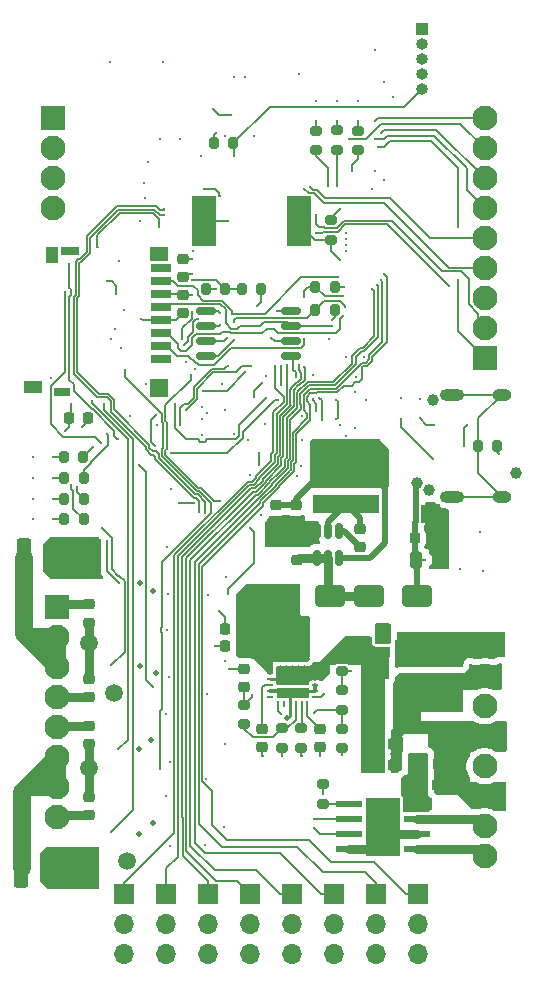
<source format=gbr>
%TF.GenerationSoftware,KiCad,Pcbnew,9.0.0*%
%TF.CreationDate,2025-04-29T15:48:10-04:00*%
%TF.ProjectId,Aurora Orbiton Edition,4175726f-7261-4204-9f72-6269746f6e20,rev?*%
%TF.SameCoordinates,Original*%
%TF.FileFunction,Copper,L4,Bot*%
%TF.FilePolarity,Positive*%
%FSLAX46Y46*%
G04 Gerber Fmt 4.6, Leading zero omitted, Abs format (unit mm)*
G04 Created by KiCad (PCBNEW 9.0.0) date 2025-04-29 15:48:10*
%MOMM*%
%LPD*%
G01*
G04 APERTURE LIST*
G04 Aperture macros list*
%AMRoundRect*
0 Rectangle with rounded corners*
0 $1 Rounding radius*
0 $2 $3 $4 $5 $6 $7 $8 $9 X,Y pos of 4 corners*
0 Add a 4 corners polygon primitive as box body*
4,1,4,$2,$3,$4,$5,$6,$7,$8,$9,$2,$3,0*
0 Add four circle primitives for the rounded corners*
1,1,$1+$1,$2,$3*
1,1,$1+$1,$4,$5*
1,1,$1+$1,$6,$7*
1,1,$1+$1,$8,$9*
0 Add four rect primitives between the rounded corners*
20,1,$1+$1,$2,$3,$4,$5,0*
20,1,$1+$1,$4,$5,$6,$7,0*
20,1,$1+$1,$6,$7,$8,$9,0*
20,1,$1+$1,$8,$9,$2,$3,0*%
%AMFreePoly0*
4,1,21,1.372500,0.787500,0.862500,0.787500,0.862500,0.532500,1.372500,0.532500,1.372500,0.127500,0.862500,0.127500,0.862500,-0.127500,1.372500,-0.127500,1.372500,-0.532500,0.862500,-0.532500,0.862500,-0.787500,1.372500,-0.787500,1.372500,-1.195000,0.612500,-1.195000,0.612500,-1.117500,-0.862500,-1.117500,-0.862500,1.117500,0.612500,1.117500,0.612500,1.195000,1.372500,1.195000,
1.372500,0.787500,1.372500,0.787500,$1*%
G04 Aperture macros list end*
%TA.AperFunction,ComponentPad*%
%ADD10RoundRect,0.250001X-0.799999X0.799999X-0.799999X-0.799999X0.799999X-0.799999X0.799999X0.799999X0*%
%TD*%
%TA.AperFunction,ComponentPad*%
%ADD11C,2.100000*%
%TD*%
%TA.AperFunction,ComponentPad*%
%ADD12R,1.700000X1.700000*%
%TD*%
%TA.AperFunction,ComponentPad*%
%ADD13O,1.700000X1.700000*%
%TD*%
%TA.AperFunction,ComponentPad*%
%ADD14RoundRect,0.250001X0.799999X-0.799999X0.799999X0.799999X-0.799999X0.799999X-0.799999X-0.799999X0*%
%TD*%
%TA.AperFunction,ComponentPad*%
%ADD15R,1.000000X1.000000*%
%TD*%
%TA.AperFunction,ComponentPad*%
%ADD16O,1.000000X1.000000*%
%TD*%
%TA.AperFunction,HeatsinkPad*%
%ADD17O,2.100000X1.000000*%
%TD*%
%TA.AperFunction,HeatsinkPad*%
%ADD18O,1.600000X1.000000*%
%TD*%
%TA.AperFunction,SMDPad,CuDef*%
%ADD19RoundRect,0.225000X0.250000X-0.225000X0.250000X0.225000X-0.250000X0.225000X-0.250000X-0.225000X0*%
%TD*%
%TA.AperFunction,SMDPad,CuDef*%
%ADD20RoundRect,0.225000X-0.250000X0.225000X-0.250000X-0.225000X0.250000X-0.225000X0.250000X0.225000X0*%
%TD*%
%TA.AperFunction,SMDPad,CuDef*%
%ADD21RoundRect,0.225000X-0.225000X-0.250000X0.225000X-0.250000X0.225000X0.250000X-0.225000X0.250000X0*%
%TD*%
%TA.AperFunction,SMDPad,CuDef*%
%ADD22RoundRect,0.200000X0.275000X-0.200000X0.275000X0.200000X-0.275000X0.200000X-0.275000X-0.200000X0*%
%TD*%
%TA.AperFunction,SMDPad,CuDef*%
%ADD23RoundRect,0.200000X0.200000X0.275000X-0.200000X0.275000X-0.200000X-0.275000X0.200000X-0.275000X0*%
%TD*%
%TA.AperFunction,SMDPad,CuDef*%
%ADD24RoundRect,0.200000X-0.200000X-0.275000X0.200000X-0.275000X0.200000X0.275000X-0.200000X0.275000X0*%
%TD*%
%TA.AperFunction,SMDPad,CuDef*%
%ADD25RoundRect,0.250000X-1.000000X-0.650000X1.000000X-0.650000X1.000000X0.650000X-1.000000X0.650000X0*%
%TD*%
%TA.AperFunction,SMDPad,CuDef*%
%ADD26RoundRect,0.250000X0.650000X-1.000000X0.650000X1.000000X-0.650000X1.000000X-0.650000X-1.000000X0*%
%TD*%
%TA.AperFunction,SMDPad,CuDef*%
%ADD27RoundRect,0.150000X0.150000X-0.512500X0.150000X0.512500X-0.150000X0.512500X-0.150000X-0.512500X0*%
%TD*%
%TA.AperFunction,SMDPad,CuDef*%
%ADD28RoundRect,0.225000X0.225000X0.250000X-0.225000X0.250000X-0.225000X-0.250000X0.225000X-0.250000X0*%
%TD*%
%TA.AperFunction,SMDPad,CuDef*%
%ADD29RoundRect,0.200000X-0.275000X0.200000X-0.275000X-0.200000X0.275000X-0.200000X0.275000X0.200000X0*%
%TD*%
%TA.AperFunction,SMDPad,CuDef*%
%ADD30R,0.575000X0.240000*%
%TD*%
%TA.AperFunction,SMDPad,CuDef*%
%ADD31R,0.240000X0.575000*%
%TD*%
%TA.AperFunction,SMDPad,CuDef*%
%ADD32R,2.700000X1.450000*%
%TD*%
%TA.AperFunction,SMDPad,CuDef*%
%ADD33R,2.700000X0.850000*%
%TD*%
%TA.AperFunction,SMDPad,CuDef*%
%ADD34R,5.700000X1.600000*%
%TD*%
%TA.AperFunction,SMDPad,CuDef*%
%ADD35R,2.200000X0.500000*%
%TD*%
%TA.AperFunction,ComponentPad*%
%ADD36C,0.630000*%
%TD*%
%TA.AperFunction,SMDPad,CuDef*%
%ADD37R,2.950000X4.900000*%
%TD*%
%TA.AperFunction,SMDPad,CuDef*%
%ADD38RoundRect,0.093750X0.093750X0.106250X-0.093750X0.106250X-0.093750X-0.106250X0.093750X-0.106250X0*%
%TD*%
%TA.AperFunction,HeatsinkPad*%
%ADD39R,1.000000X1.600000*%
%TD*%
%TA.AperFunction,SMDPad,CuDef*%
%ADD40R,1.750000X0.700000*%
%TD*%
%TA.AperFunction,SMDPad,CuDef*%
%ADD41R,1.000000X1.450000*%
%TD*%
%TA.AperFunction,SMDPad,CuDef*%
%ADD42R,1.550000X1.000000*%
%TD*%
%TA.AperFunction,SMDPad,CuDef*%
%ADD43R,1.500000X0.800000*%
%TD*%
%TA.AperFunction,SMDPad,CuDef*%
%ADD44R,1.500000X1.300000*%
%TD*%
%TA.AperFunction,SMDPad,CuDef*%
%ADD45R,1.500000X1.500000*%
%TD*%
%TA.AperFunction,SMDPad,CuDef*%
%ADD46R,1.400000X0.800000*%
%TD*%
%TA.AperFunction,SMDPad,CuDef*%
%ADD47RoundRect,0.250000X-0.325000X-0.650000X0.325000X-0.650000X0.325000X0.650000X-0.325000X0.650000X0*%
%TD*%
%TA.AperFunction,SMDPad,CuDef*%
%ADD48R,2.000000X4.200000*%
%TD*%
%TA.AperFunction,SMDPad,CuDef*%
%ADD49RoundRect,0.250000X1.000000X0.650000X-1.000000X0.650000X-1.000000X-0.650000X1.000000X-0.650000X0*%
%TD*%
%TA.AperFunction,SMDPad,CuDef*%
%ADD50RoundRect,0.162500X-0.650000X-0.162500X0.650000X-0.162500X0.650000X0.162500X-0.650000X0.162500X0*%
%TD*%
%TA.AperFunction,SMDPad,CuDef*%
%ADD51R,0.990000X0.405000*%
%TD*%
%TA.AperFunction,SMDPad,CuDef*%
%ADD52FreePoly0,0.000000*%
%TD*%
%TA.AperFunction,SMDPad,CuDef*%
%ADD53RoundRect,0.250000X-0.362500X-1.425000X0.362500X-1.425000X0.362500X1.425000X-0.362500X1.425000X0*%
%TD*%
%TA.AperFunction,SMDPad,CuDef*%
%ADD54RoundRect,0.250000X-0.250000X-0.475000X0.250000X-0.475000X0.250000X0.475000X-0.250000X0.475000X0*%
%TD*%
%TA.AperFunction,ViaPad*%
%ADD55C,0.400000*%
%TD*%
%TA.AperFunction,ViaPad*%
%ADD56C,0.300000*%
%TD*%
%TA.AperFunction,ViaPad*%
%ADD57C,1.000000*%
%TD*%
%TA.AperFunction,ViaPad*%
%ADD58C,0.500000*%
%TD*%
%TA.AperFunction,ViaPad*%
%ADD59C,1.500000*%
%TD*%
%TA.AperFunction,Conductor*%
%ADD60C,0.500000*%
%TD*%
%TA.AperFunction,Conductor*%
%ADD61C,0.150000*%
%TD*%
%TA.AperFunction,Conductor*%
%ADD62C,0.350000*%
%TD*%
%TA.AperFunction,Conductor*%
%ADD63C,0.750000*%
%TD*%
%TA.AperFunction,Conductor*%
%ADD64C,0.250000*%
%TD*%
%TA.AperFunction,Conductor*%
%ADD65C,0.200000*%
%TD*%
%TA.AperFunction,Conductor*%
%ADD66C,1.500000*%
%TD*%
G04 APERTURE END LIST*
D10*
%TO.P,J10,1,Pin_1*%
%TO.N,/PYRO1_V*%
X129050000Y-99130000D03*
D11*
%TO.P,J10,2,Pin_2*%
%TO.N,Net-(J10-Pin_2)*%
X129050000Y-101670000D03*
%TO.P,J10,3,Pin_3*%
X129050000Y-104210000D03*
%TO.P,J10,4,Pin_4*%
%TO.N,/PYRO2_V*%
X129050000Y-106750000D03*
%TO.P,J10,5,Pin_5*%
%TO.N,/PYRO3_V*%
X129050000Y-109290000D03*
%TO.P,J10,6,Pin_6*%
%TO.N,Net-(J10-Pin_6)*%
X129050000Y-111830000D03*
%TO.P,J10,7,Pin_7*%
X129050000Y-114370000D03*
%TO.P,J10,8,Pin_8*%
%TO.N,/PYRO4_V*%
X129050000Y-116910000D03*
%TD*%
D12*
%TO.P,M7,1,PWM*%
%TO.N,/PWM7*%
X156050000Y-123500000D03*
D13*
%TO.P,M7,2,+*%
%TO.N,+8V*%
X156050000Y-126040000D03*
%TO.P,M7,3,-*%
%TO.N,GND*%
X156050000Y-128580000D03*
%TD*%
D14*
%TO.P,J8,1,Pin_1*%
%TO.N,/BREAK_SCK*%
X165250000Y-78070000D03*
D11*
%TO.P,J8,2,Pin_2*%
%TO.N,/BREAK_MISO*%
X165250000Y-75530000D03*
%TO.P,J8,3,Pin_3*%
%TO.N,/BREAK_MOSI*%
X165250000Y-72990000D03*
%TO.P,J8,4,Pin_4*%
%TO.N,/CS_BREAK1*%
X165250000Y-70450000D03*
%TO.P,J8,5,Pin_5*%
%TO.N,/CS_BREAK2*%
X165250000Y-67910000D03*
%TO.P,J8,6,Pin_6*%
%TO.N,/CS_BREAK3*%
X165250000Y-65370000D03*
%TO.P,J8,7,Pin_7*%
%TO.N,/INT_BREAK1*%
X165250000Y-62830000D03*
%TO.P,J8,8,Pin_8*%
%TO.N,/INT_BREAK2*%
X165250000Y-60290000D03*
%TO.P,J8,9,Pin_9*%
%TO.N,/INT_BREAK3*%
X165250000Y-57750000D03*
%TD*%
D12*
%TO.P,M2,1,PWM*%
%TO.N,/PWM2*%
X138300000Y-123500000D03*
D13*
%TO.P,M2,2,+*%
%TO.N,+8V*%
X138300000Y-126040000D03*
%TO.P,M2,3,-*%
%TO.N,GND*%
X138300000Y-128580000D03*
%TD*%
D12*
%TO.P,M4,1,PWM*%
%TO.N,/PWM4*%
X145400000Y-123500000D03*
D13*
%TO.P,M4,2,+*%
%TO.N,+8V*%
X145400000Y-126040000D03*
%TO.P,M4,3,-*%
%TO.N,GND*%
X145400000Y-128580000D03*
%TD*%
D12*
%TO.P,M5,1,PWM*%
%TO.N,/PWM5*%
X148950000Y-123500000D03*
D13*
%TO.P,M5,2,+*%
%TO.N,+8V*%
X148950000Y-126040000D03*
%TO.P,M5,3,-*%
%TO.N,GND*%
X148950000Y-128580000D03*
%TD*%
D10*
%TO.P,J4,1,Pin_1*%
%TO.N,/GPIO1*%
X128750000Y-57750000D03*
D11*
%TO.P,J4,2,Pin_2*%
%TO.N,/GPIO2*%
X128750000Y-60290000D03*
%TO.P,J4,3,Pin_3*%
%TO.N,/GPIO3*%
X128750000Y-62830000D03*
%TO.P,J4,4,Pin_4*%
%TO.N,/GPIO4*%
X128750000Y-65370000D03*
%TD*%
D12*
%TO.P,M6,1,PWM*%
%TO.N,/PWM6*%
X152500000Y-123500000D03*
D13*
%TO.P,M6,2,+*%
%TO.N,+8V*%
X152500000Y-126040000D03*
%TO.P,M6,3,-*%
%TO.N,GND*%
X152500000Y-128580000D03*
%TD*%
D15*
%TO.P,J9,1,Pin_1*%
%TO.N,/SWCLK*%
X159919076Y-50244481D03*
D16*
%TO.P,J9,2,Pin_2*%
%TO.N,/SWDIO*%
X159919076Y-51514481D03*
%TO.P,J9,3,Pin_3*%
%TO.N,GND*%
X159919076Y-52784481D03*
%TO.P,J9,4,Pin_4*%
%TO.N,+3.3V*%
X159919076Y-54054481D03*
%TO.P,J9,5,Pin_5*%
%TO.N,/BOOT0*%
X159919076Y-55324481D03*
%TD*%
D12*
%TO.P,M3,1,PWM*%
%TO.N,/PWM3*%
X141850000Y-123500000D03*
D13*
%TO.P,M3,2,+*%
%TO.N,+8V*%
X141850000Y-126040000D03*
%TO.P,M3,3,-*%
%TO.N,GND*%
X141850000Y-128580000D03*
%TD*%
D12*
%TO.P,M1,1,PWM*%
%TO.N,/PWM1*%
X134750000Y-123500000D03*
D13*
%TO.P,M1,2,+*%
%TO.N,+8V*%
X134750000Y-126040000D03*
%TO.P,M1,3,-*%
%TO.N,GND*%
X134750000Y-128580000D03*
%TD*%
D17*
%TO.P,J2,S1,SHIELD*%
%TO.N,Net-(J2-SHIELD)*%
X162520000Y-89820000D03*
D18*
X166700000Y-89820000D03*
D17*
X162520000Y-81180000D03*
D18*
X166700000Y-81180000D03*
%TD*%
D12*
%TO.P,M8,1,PWM*%
%TO.N,/PWM8*%
X159600000Y-123500000D03*
D13*
%TO.P,M8,2,+*%
%TO.N,+8V*%
X159600000Y-126040000D03*
%TO.P,M8,3,-*%
%TO.N,GND*%
X159600000Y-128580000D03*
%TD*%
D10*
%TO.P,J11,1,Pin_1*%
%TO.N,+BATT*%
X165250000Y-102500000D03*
D11*
%TO.P,J11,2,Pin_2*%
%TO.N,GND*%
X165250000Y-105040000D03*
%TO.P,J11,3,Pin_3*%
%TO.N,+8V*%
X165250000Y-107580000D03*
%TO.P,J11,4,Pin_4*%
%TO.N,GND*%
X165250000Y-110120000D03*
%TO.P,J11,5,Pin_5*%
%TO.N,+3.3V*%
X165250000Y-112660000D03*
%TO.P,J11,6,Pin_6*%
%TO.N,GND*%
X165250000Y-115200000D03*
%TO.P,J11,7,Pin_7*%
%TO.N,/OUT1*%
X165250000Y-117740000D03*
%TO.P,J11,8,Pin_8*%
%TO.N,/OUT2*%
X165250000Y-120280000D03*
%TD*%
D19*
%TO.P,C47,1*%
%TO.N,/PYRO4_V*%
X131750000Y-116775000D03*
%TO.P,C47,2*%
%TO.N,GND*%
X131750000Y-115225000D03*
%TD*%
D20*
%TO.P,C28,1*%
%TO.N,+3.3V*%
X139750000Y-69700000D03*
%TO.P,C28,2*%
%TO.N,GND*%
X139750000Y-71250000D03*
%TD*%
D21*
%TO.P,C44,1*%
%TO.N,+8V*%
X159701049Y-114221187D03*
%TO.P,C44,2*%
%TO.N,GND*%
X161251049Y-114221187D03*
%TD*%
D19*
%TO.P,C4,1*%
%TO.N,Net-(U2-BST)*%
X154660724Y-94103577D03*
%TO.P,C4,2*%
%TO.N,Net-(U2-SW)*%
X154660724Y-92553577D03*
%TD*%
D22*
%TO.P,R46,1*%
%TO.N,/LED_R*%
X151000000Y-60475000D03*
%TO.P,R46,2*%
%TO.N,Net-(D9-A)*%
X151000000Y-58825000D03*
%TD*%
D23*
%TO.P,R18,1*%
%TO.N,+3.3V*%
X152575000Y-72050000D03*
%TO.P,R18,2*%
%TO.N,/CS_SD*%
X150925000Y-72050000D03*
%TD*%
D24*
%TO.P,R10,1*%
%TO.N,Net-(J2-SHIELD)*%
X164675000Y-85500000D03*
%TO.P,R10,2*%
%TO.N,GND*%
X166325000Y-85500000D03*
%TD*%
D25*
%TO.P,D1,1,K*%
%TO.N,Net-(D1-K)*%
X155500000Y-98250000D03*
%TO.P,D1,2,A*%
%TO.N,VBUS*%
X159500000Y-98250000D03*
%TD*%
D26*
%TO.P,D4,1,A1*%
%TO.N,GND*%
X162000000Y-106750000D03*
%TO.P,D4,2,A2*%
%TO.N,+BATT*%
X162000000Y-102750000D03*
%TD*%
D22*
%TO.P,R9,1*%
%TO.N,GND*%
X148087000Y-111075000D03*
%TO.P,R9,2*%
%TO.N,Net-(IC1-IMON)*%
X148087000Y-109425000D03*
%TD*%
D27*
%TO.P,U2,1,FB*%
%TO.N,+3.3V*%
X152950000Y-95025000D03*
%TO.P,U2,2,EN*%
%TO.N,Net-(D1-K)*%
X152000000Y-95025000D03*
%TO.P,U2,3,IN*%
X151050000Y-95025000D03*
%TO.P,U2,4,GND*%
%TO.N,GND*%
X151050000Y-92750000D03*
%TO.P,U2,5,SW*%
%TO.N,Net-(U2-SW)*%
X152000000Y-92750000D03*
%TO.P,U2,6,BST*%
%TO.N,Net-(U2-BST)*%
X152950000Y-92750000D03*
%TD*%
D21*
%TO.P,C1,1*%
%TO.N,VBUS*%
X159360458Y-93355479D03*
%TO.P,C1,2*%
%TO.N,GND*%
X160910458Y-93355479D03*
%TD*%
D28*
%TO.P,C10,1*%
%TO.N,+8V*%
X144837000Y-102500000D03*
%TO.P,C10,2*%
%TO.N,GND*%
X143287000Y-102500000D03*
%TD*%
D29*
%TO.P,R8,1*%
%TO.N,Net-(IC1-OVLO)*%
X153177682Y-109454785D03*
%TO.P,R8,2*%
%TO.N,GND*%
X153177682Y-111104785D03*
%TD*%
D21*
%TO.P,C9,1*%
%TO.N,Net-(IC1-IN_1)*%
X155950000Y-112500000D03*
%TO.P,C9,2*%
%TO.N,GND*%
X157500000Y-112500000D03*
%TD*%
D19*
%TO.P,C15,1*%
%TO.N,/LOAD*%
X144900000Y-105950000D03*
%TO.P,C15,2*%
%TO.N,GND*%
X144900000Y-104400000D03*
%TD*%
D22*
%TO.P,R56,1*%
%TO.N,/BUZZER*%
X152250000Y-68075000D03*
%TO.P,R56,2*%
%TO.N,GND*%
X152250000Y-66425000D03*
%TD*%
D30*
%TO.P,IC1,1,IN_1*%
%TO.N,Net-(IC1-IN_1)*%
X150913000Y-104250000D03*
%TO.P,IC1,2,IN_2*%
X150913000Y-104750000D03*
%TO.P,IC1,3,IN_3*%
X150913000Y-105250000D03*
%TO.P,IC1,4,GND_1*%
%TO.N,GND*%
X150913000Y-105750000D03*
%TO.P,IC1,5,GND_2*%
X150913000Y-106250000D03*
%TO.P,IC1,6,EN/UVLO*%
%TO.N,/EN*%
X150913000Y-106750000D03*
D31*
%TO.P,IC1,7,ITIMER*%
%TO.N,Net-(IC1-ITIMER)*%
X150250000Y-107412000D03*
%TO.P,IC1,8,ILIM*%
%TO.N,Net-(IC1-ILIM)*%
X149750000Y-107412000D03*
%TO.P,IC1,9,IMON*%
%TO.N,Net-(IC1-IMON)*%
X149250000Y-107412000D03*
%TO.P,IC1,10,RETRY_DLY*%
%TO.N,GND*%
X148750000Y-107412000D03*
%TO.P,IC1,11,NRETRY*%
%TO.N,unconnected-(IC1-NRETRY-Pad11)*%
X148250000Y-107412000D03*
%TO.P,IC1,12,OVLO*%
%TO.N,Net-(IC1-OVLO)*%
X147750000Y-107412000D03*
D30*
%TO.P,IC1,13,PG*%
%TO.N,unconnected-(IC1-PG-Pad13)*%
X147087000Y-106750000D03*
%TO.P,IC1,14,GND_3*%
%TO.N,GND*%
X147087000Y-106250000D03*
%TO.P,IC1,15,DVDT/_BGATE*%
%TO.N,Net-(IC1-DVDT{slash}_BGATE)*%
X147087000Y-105750000D03*
%TO.P,IC1,16,IN_4*%
%TO.N,Net-(IC1-IN_1)*%
X147087000Y-105250000D03*
%TO.P,IC1,17,OUT_1*%
%TO.N,+8V*%
X147087000Y-104750000D03*
%TO.P,IC1,18,OUT_2*%
X147087000Y-104250000D03*
D31*
%TO.P,IC1,19,OUT_3*%
X147750000Y-103588000D03*
%TO.P,IC1,20,OUT_4*%
X148250000Y-103588000D03*
%TO.P,IC1,21,OUT_5*%
X148750000Y-103588000D03*
%TO.P,IC1,22,OUT_6*%
X149250000Y-103588000D03*
%TO.P,IC1,23,OUT_7*%
X149750000Y-103588000D03*
%TO.P,IC1,24,OUT_8*%
X150250000Y-103588000D03*
D32*
%TO.P,IC1,25,IN_5*%
%TO.N,Net-(IC1-IN_1)*%
X149000000Y-104875000D03*
D33*
%TO.P,IC1,26,GND_4*%
%TO.N,GND*%
X149000000Y-106425000D03*
%TD*%
D20*
%TO.P,C17,1*%
%TO.N,Net-(IC1-ITIMER)*%
X151337000Y-109475000D03*
%TO.P,C17,2*%
%TO.N,GND*%
X151337000Y-111025000D03*
%TD*%
D22*
%TO.P,R7,1*%
%TO.N,Net-(IC1-IMON)*%
X144900000Y-109075000D03*
%TO.P,R7,2*%
%TO.N,/LOAD*%
X144900000Y-107425000D03*
%TD*%
D34*
%TO.P,L1,1*%
%TO.N,Net-(U2-SW)*%
X153500000Y-90462500D03*
%TO.P,L1,2*%
%TO.N,+3.3V*%
X153500000Y-85762500D03*
%TD*%
D23*
%TO.P,R40,1*%
%TO.N,/VBAT_MEASURED*%
X143277500Y-72250000D03*
%TO.P,R40,2*%
%TO.N,GND*%
X141627500Y-72250000D03*
%TD*%
D29*
%TO.P,R11,1*%
%TO.N,Net-(IC1-ILIM)*%
X149740475Y-109425000D03*
%TO.P,R11,2*%
%TO.N,GND*%
X149740475Y-111075000D03*
%TD*%
D19*
%TO.P,C39,1*%
%TO.N,/PYRO2_V*%
X131750000Y-106775000D03*
%TO.P,C39,2*%
%TO.N,GND*%
X131750000Y-105225000D03*
%TD*%
D29*
%TO.P,R6,1*%
%TO.N,Net-(SW1-A)*%
X153177682Y-106204785D03*
%TO.P,R6,2*%
%TO.N,Net-(IC1-OVLO)*%
X153177682Y-107854785D03*
%TD*%
D22*
%TO.P,R26,1*%
%TO.N,Net-(U8-ILIM)*%
X151550000Y-115825000D03*
%TO.P,R26,2*%
%TO.N,GND*%
X151550000Y-114175000D03*
%TD*%
D35*
%TO.P,U8,1,GND*%
%TO.N,GND*%
X153751049Y-119676187D03*
%TO.P,U8,2,IN2*%
%TO.N,/DC_IN2*%
X153751049Y-118406187D03*
%TO.P,U8,3,IN1*%
%TO.N,/DC_IN1*%
X153751049Y-117136187D03*
%TO.P,U8,4,ILIM*%
%TO.N,Net-(U8-ILIM)*%
X153751049Y-115866187D03*
%TO.P,U8,5,VM*%
%TO.N,+8V*%
X159501049Y-115866187D03*
%TO.P,U8,6,OUT1*%
%TO.N,/OUT1*%
X159501049Y-117136187D03*
%TO.P,U8,7,GND*%
%TO.N,GND*%
X159501049Y-118406187D03*
%TO.P,U8,8,OUT2*%
%TO.N,/OUT2*%
X159501049Y-119676187D03*
D36*
%TO.P,U8,9,GND*%
%TO.N,GND*%
X155976049Y-116471187D03*
X155976049Y-117771187D03*
X155976049Y-119071187D03*
D37*
X156626049Y-117771187D03*
D36*
X157276049Y-116471187D03*
X157276049Y-117771187D03*
X157276049Y-119071187D03*
%TD*%
D21*
%TO.P,C8,1*%
%TO.N,Net-(IC1-IN_1)*%
X155975000Y-110750000D03*
%TO.P,C8,2*%
%TO.N,GND*%
X157525000Y-110750000D03*
%TD*%
D24*
%TO.P,R1,1*%
%TO.N,GND*%
X142335627Y-59905825D03*
%TO.P,R1,2*%
%TO.N,/BOOT0*%
X143985627Y-59905825D03*
%TD*%
D38*
%TO.P,U1,1,GND*%
%TO.N,GND*%
X161275000Y-90600000D03*
%TO.P,U1,2,GND*%
X161275000Y-91250000D03*
%TO.P,U1,3,GND*%
X161275000Y-91900000D03*
%TO.P,U1,4,IN*%
%TO.N,VBUS*%
X159500000Y-91900000D03*
%TO.P,U1,5,IN*%
X159500000Y-91250000D03*
%TO.P,U1,6,IN*%
X159500000Y-90600000D03*
D39*
%TO.P,U1,7,GND*%
%TO.N,GND*%
X160387500Y-91250000D03*
%TD*%
D40*
%TO.P,J5,1,DAT2*%
%TO.N,unconnected-(J5-DAT2-Pad1)*%
X137850000Y-78175000D03*
%TO.P,J5,2,DAT3/CD*%
%TO.N,/CS_SD*%
X137850000Y-77075000D03*
%TO.P,J5,3,CMD*%
%TO.N,/DATA_MOSI*%
X137850000Y-75975000D03*
%TO.P,J5,4,VDD*%
%TO.N,+3.3V*%
X137850000Y-74875000D03*
%TO.P,J5,5,CLK*%
%TO.N,/DATA_SCK*%
X137850000Y-73775000D03*
%TO.P,J5,6,VSS*%
%TO.N,GND*%
X137850000Y-72675000D03*
%TO.P,J5,7,DAT0*%
%TO.N,/DATA_MISO*%
X137850000Y-71575000D03*
%TO.P,J5,8,DAT1*%
%TO.N,unconnected-(J5-DAT1-Pad8)*%
X137850000Y-70475000D03*
D41*
%TO.P,J5,9,SHIELD*%
%TO.N,unconnected-(J5-SHIELD-Pad9)*%
X128625000Y-69350000D03*
D42*
%TO.P,J5,10*%
%TO.N,N/C*%
X127050000Y-80575000D03*
D43*
%TO.P,J5,11*%
X130125000Y-69025000D03*
D44*
X137725000Y-69275000D03*
D45*
X137725000Y-80625000D03*
D46*
X129475000Y-80975000D03*
%TD*%
D47*
%TO.P,C6,1*%
%TO.N,Net-(IC1-IN_1)*%
X156050000Y-108760000D03*
%TO.P,C6,2*%
%TO.N,GND*%
X159000000Y-108760000D03*
%TD*%
D21*
%TO.P,C43,1*%
%TO.N,+8V*%
X159726049Y-112471187D03*
%TO.P,C43,2*%
%TO.N,GND*%
X161276049Y-112471187D03*
%TD*%
D20*
%TO.P,C38,1*%
%TO.N,/PYRO1_V*%
X131750000Y-98950000D03*
%TO.P,C38,2*%
%TO.N,GND*%
X131750000Y-100500000D03*
%TD*%
D48*
%TO.P,BZ1,1,+*%
%TO.N,/BUZZER*%
X149500000Y-66500000D03*
%TO.P,BZ1,2,-*%
%TO.N,GND*%
X141500000Y-66500000D03*
%TD*%
D23*
%TO.P,R17,1*%
%TO.N,+3.3V*%
X152575000Y-74000000D03*
%TO.P,R17,2*%
%TO.N,/CS_FLASH*%
X150925000Y-74000000D03*
%TD*%
D49*
%TO.P,D3,1,K*%
%TO.N,Net-(D1-K)*%
X152166371Y-98250000D03*
%TO.P,D3,2,A*%
%TO.N,+8V*%
X148166371Y-98250000D03*
%TD*%
D50*
%TO.P,U7,1,~{CS}*%
%TO.N,/CS_FLASH*%
X141662500Y-77905000D03*
%TO.P,U7,2,DO/IO_{1}*%
%TO.N,/DATA_MISO*%
X141662500Y-76635000D03*
%TO.P,U7,3,~{WP}/IO_{2}*%
%TO.N,+3.3V*%
X141662500Y-75365000D03*
%TO.P,U7,4,GND*%
%TO.N,GND*%
X141662500Y-74095000D03*
%TO.P,U7,5,DI/IO_{0}*%
%TO.N,/DATA_MOSI*%
X148837500Y-74095000D03*
%TO.P,U7,6,CLK*%
%TO.N,/DATA_SCK*%
X148837500Y-75365000D03*
%TO.P,U7,7,~{HOLD}/~{RESET}/IO_{3}*%
%TO.N,+3.3V*%
X148837500Y-76635000D03*
%TO.P,U7,8,VCC*%
X148837500Y-77905000D03*
%TD*%
D20*
%TO.P,C16,1*%
%TO.N,Net-(IC1-DVDT{slash}_BGATE)*%
X146434870Y-109465222D03*
%TO.P,C16,2*%
%TO.N,GND*%
X146434870Y-111015222D03*
%TD*%
D21*
%TO.P,C42,1*%
%TO.N,/NRST*%
X130100505Y-83183670D03*
%TO.P,C42,2*%
%TO.N,GND*%
X131650505Y-83183670D03*
%TD*%
D47*
%TO.P,C7,1*%
%TO.N,Net-(IC1-IN_1)*%
X156050000Y-106250000D03*
%TO.P,C7,2*%
%TO.N,GND*%
X159000000Y-106250000D03*
%TD*%
D23*
%TO.P,R33,1*%
%TO.N,/PY3_LED*%
X131325000Y-90000000D03*
%TO.P,R33,2*%
%TO.N,Net-(D7-A)*%
X129675000Y-90000000D03*
%TD*%
%TO.P,R37,1*%
%TO.N,+8V*%
X146325000Y-72250000D03*
%TO.P,R37,2*%
%TO.N,/VBAT_MEASURED*%
X144675000Y-72250000D03*
%TD*%
D22*
%TO.P,R55,1*%
%TO.N,/LED_B*%
X154500000Y-60475000D03*
%TO.P,R55,2*%
%TO.N,Net-(D11-A)*%
X154500000Y-58825000D03*
%TD*%
D28*
%TO.P,C11,1*%
%TO.N,+8V*%
X144837000Y-101000000D03*
%TO.P,C11,2*%
%TO.N,GND*%
X143287000Y-101000000D03*
%TD*%
D20*
%TO.P,C13,1*%
%TO.N,+3.3V*%
X147586925Y-90500000D03*
%TO.P,C13,2*%
%TO.N,GND*%
X147586925Y-92050000D03*
%TD*%
D51*
%TO.P,Q1,1,S*%
%TO.N,Net-(IC1-IN_1)*%
X156555000Y-104055000D03*
%TO.P,Q1,2,S*%
X156555000Y-103395000D03*
%TO.P,Q1,3,S*%
X156555000Y-102735000D03*
%TO.P,Q1,4,G*%
%TO.N,GND*%
X156555000Y-102075000D03*
D52*
%TO.P,Q1,5,D*%
%TO.N,+BATT*%
X158547500Y-103065000D03*
%TD*%
D23*
%TO.P,R25,1*%
%TO.N,/PY2_LED*%
X131325000Y-88250000D03*
%TO.P,R25,2*%
%TO.N,Net-(D6-A)*%
X129675000Y-88250000D03*
%TD*%
D20*
%TO.P,C46,1*%
%TO.N,/PYRO3_V*%
X131750000Y-109225000D03*
%TO.P,C46,2*%
%TO.N,GND*%
X131750000Y-110775000D03*
%TD*%
D53*
%TO.P,R51,1*%
%TO.N,Net-(J10-Pin_6)*%
X126037500Y-121250000D03*
%TO.P,R51,2*%
%TO.N,GND*%
X131962500Y-121250000D03*
%TD*%
D22*
%TO.P,R52,1*%
%TO.N,/LED_G*%
X152750000Y-60437500D03*
%TO.P,R52,2*%
%TO.N,Net-(D10-A)*%
X152750000Y-58787500D03*
%TD*%
D23*
%TO.P,R22,1*%
%TO.N,/PY1_LED*%
X131250000Y-86500000D03*
%TO.P,R22,2*%
%TO.N,Net-(D5-A)*%
X129600000Y-86500000D03*
%TD*%
%TO.P,R36,1*%
%TO.N,/PY4_LED*%
X131325000Y-91750000D03*
%TO.P,R36,2*%
%TO.N,Net-(D8-A)*%
X129675000Y-91750000D03*
%TD*%
D54*
%TO.P,C2,1*%
%TO.N,VBUS*%
X159406360Y-95220870D03*
%TO.P,C2,2*%
%TO.N,GND*%
X161306360Y-95220870D03*
%TD*%
D19*
%TO.P,C12,1*%
%TO.N,Net-(D1-K)*%
X149350000Y-95225000D03*
%TO.P,C12,2*%
%TO.N,GND*%
X149350000Y-93675000D03*
%TD*%
D20*
%TO.P,C14,1*%
%TO.N,+3.3V*%
X149257788Y-90508748D03*
%TO.P,C14,2*%
%TO.N,GND*%
X149257788Y-92058748D03*
%TD*%
D53*
%TO.P,R41,1*%
%TO.N,Net-(J10-Pin_2)*%
X126287500Y-95000000D03*
%TO.P,R41,2*%
%TO.N,GND*%
X132212500Y-95000000D03*
%TD*%
D19*
%TO.P,C19,1*%
%TO.N,+3.3V*%
X139696581Y-74300000D03*
%TO.P,C19,2*%
%TO.N,GND*%
X139696581Y-72750000D03*
%TD*%
D29*
%TO.P,R2,1*%
%TO.N,Net-(IC1-IN_1)*%
X153177682Y-102954785D03*
%TO.P,R2,2*%
%TO.N,Net-(SW1-A)*%
X153177682Y-104604785D03*
%TD*%
D55*
%TO.N,+3.3V*%
X152950000Y-87050000D03*
X154400000Y-87500000D03*
D56*
X142850000Y-75250000D03*
X144000000Y-84500000D03*
X140500000Y-69700000D03*
X136500000Y-64500000D03*
X147200000Y-76350000D03*
X143250000Y-59250000D03*
D55*
X154050000Y-87050000D03*
D56*
X149800000Y-85000000D03*
D55*
X153500000Y-87050000D03*
X153650000Y-88050000D03*
X152650000Y-87550000D03*
D56*
X136200000Y-74750000D03*
X153500000Y-84700000D03*
D57*
X167900000Y-87800000D03*
D56*
X143050000Y-80250000D03*
X146150000Y-86100000D03*
X144000000Y-54250000D03*
X134501000Y-77200000D03*
X152300000Y-74850000D03*
X146150000Y-87150000D03*
D55*
X154850000Y-88050000D03*
X154200000Y-88050000D03*
D56*
X149250000Y-79650000D03*
X138000000Y-53000000D03*
X145350000Y-88000000D03*
X137500000Y-83750000D03*
X153500000Y-78000000D03*
D55*
X152350000Y-88050000D03*
X153250000Y-87550000D03*
D56*
X140700000Y-79000000D03*
X154250000Y-84050000D03*
X153350000Y-72050000D03*
D55*
X153850000Y-87550000D03*
D56*
X145750000Y-59250000D03*
D55*
X152950000Y-88050000D03*
D56*
X156000000Y-52000000D03*
X140550000Y-69000000D03*
X154250000Y-81000000D03*
X136750000Y-61500000D03*
X141750000Y-82750000D03*
X146750000Y-79600000D03*
X138700000Y-89200000D03*
X156750000Y-54750000D03*
X156000000Y-62250000D03*
D58*
%TO.N,GND*%
X156950000Y-101500000D03*
X128500000Y-95400000D03*
X149000000Y-106450000D03*
X128850000Y-120500000D03*
D55*
X148450000Y-92300000D03*
D56*
X127000000Y-88250000D03*
X161750000Y-92700000D03*
D57*
X160550000Y-89250000D03*
D56*
X164900000Y-92800000D03*
X157500000Y-56000000D03*
X145250000Y-85000000D03*
X141550000Y-119350000D03*
X141350000Y-84600000D03*
D58*
X128850000Y-122650000D03*
X156900000Y-100900000D03*
D56*
X148100000Y-111800000D03*
X157750000Y-109550000D03*
X133975000Y-75600000D03*
X151350000Y-111750000D03*
D58*
X128500000Y-93950000D03*
X129600000Y-120150000D03*
D56*
X143500000Y-66500000D03*
X139500000Y-59500000D03*
X141250000Y-61000000D03*
D58*
X130800000Y-95000000D03*
D56*
X128500000Y-79750000D03*
X145000000Y-54250000D03*
X157800000Y-108900000D03*
X166500000Y-86250000D03*
X162950000Y-109900000D03*
X138450000Y-98050000D03*
D58*
X148050000Y-106450000D03*
D56*
X143300000Y-103700000D03*
X160500000Y-105700000D03*
D58*
X129600000Y-121550000D03*
D59*
X133903000Y-106450000D03*
D56*
X155200000Y-81650000D03*
X159950000Y-105700000D03*
D58*
X130100000Y-96150000D03*
D56*
X157800000Y-106950000D03*
X142450000Y-102500000D03*
X136600000Y-80250000D03*
D58*
X128500000Y-96100000D03*
D56*
X133500000Y-53000000D03*
X138250000Y-115150000D03*
X149500000Y-54000000D03*
X160750000Y-94150000D03*
D55*
X148300000Y-92950000D03*
D56*
X141700000Y-113750000D03*
X151000000Y-56361500D03*
X159750000Y-81550000D03*
X162950000Y-109250000D03*
D58*
X130350000Y-120450000D03*
X129350000Y-95000000D03*
D56*
X141750000Y-106500000D03*
X151550000Y-115000000D03*
X146700000Y-83650000D03*
X157800000Y-105650000D03*
D58*
X130800000Y-94250000D03*
X128850000Y-121900000D03*
D56*
X127000000Y-91750000D03*
X160500000Y-106300000D03*
D55*
X146950000Y-93000000D03*
D56*
X138550000Y-105100000D03*
X138250000Y-108200000D03*
D59*
X131750000Y-112800000D03*
D56*
X140450000Y-72750000D03*
X161750000Y-92050000D03*
X157800000Y-108300000D03*
X127000000Y-90000000D03*
D55*
X147600000Y-93000000D03*
D56*
X138400000Y-94050000D03*
X162800000Y-112900000D03*
D59*
X135000000Y-120700000D03*
D56*
X158200000Y-81475000D03*
D58*
X128500000Y-94700000D03*
D56*
X139950000Y-78400000D03*
X152750000Y-56361500D03*
X162150000Y-109900000D03*
X143250000Y-82500000D03*
X143250000Y-110750000D03*
X162150000Y-110700000D03*
D58*
X128150000Y-121500000D03*
D56*
X161750000Y-91150000D03*
X157800000Y-107650000D03*
X149750000Y-83000000D03*
X149750000Y-111800000D03*
X137750000Y-59500000D03*
D55*
X149000000Y-92900000D03*
D56*
X146450000Y-111800000D03*
X150750000Y-79500000D03*
X163300000Y-105700000D03*
X143200000Y-117800000D03*
D58*
X129600000Y-120800000D03*
D55*
X149750000Y-92900000D03*
D56*
X162800000Y-113600000D03*
X160500000Y-105100000D03*
X143350000Y-96600000D03*
X149400000Y-88100000D03*
D55*
X147600000Y-93650000D03*
D56*
X135250000Y-83000000D03*
D58*
X128850000Y-119800000D03*
D56*
X153000000Y-65500000D03*
X162800000Y-114200000D03*
X161150000Y-109900000D03*
X143600000Y-104400000D03*
X156750000Y-63000000D03*
X159950000Y-106300000D03*
X138600000Y-112300000D03*
D58*
X130050000Y-94650000D03*
X130100000Y-95450000D03*
D57*
X160850000Y-81650000D03*
D56*
X161750000Y-91650000D03*
D55*
X148400000Y-91750000D03*
D56*
X160500000Y-106900000D03*
X157800000Y-106300000D03*
X161150000Y-109250000D03*
X140500000Y-70950000D03*
X155000000Y-78000000D03*
X141850000Y-98150000D03*
D58*
X149900000Y-106450000D03*
D56*
X153200000Y-111700000D03*
X158050000Y-111650000D03*
X152050000Y-76500000D03*
X134750000Y-74000000D03*
X163200000Y-95950000D03*
X161300000Y-94150000D03*
D58*
X129650000Y-122350000D03*
D56*
X160700000Y-92500000D03*
X133600000Y-76450000D03*
X153000000Y-83750000D03*
D55*
X148250000Y-93650000D03*
D56*
X161750000Y-93800000D03*
D58*
X128150000Y-122250000D03*
D56*
X161750000Y-93300000D03*
X155750000Y-63750000D03*
X141300000Y-82200000D03*
D58*
X130350000Y-121200000D03*
D56*
X162050000Y-95350000D03*
D58*
X148550000Y-108600000D03*
D56*
X161150000Y-110700000D03*
D58*
X130850000Y-95750000D03*
X128150000Y-120100000D03*
X130050000Y-93900000D03*
D56*
X161250000Y-92500000D03*
D58*
X130350000Y-121950000D03*
X128850000Y-121150000D03*
D56*
X138350000Y-101100000D03*
D58*
X129350000Y-93650000D03*
D56*
X149700000Y-87250000D03*
D58*
X129350000Y-94300000D03*
X128150000Y-120800000D03*
D56*
X162150000Y-109250000D03*
D58*
X156250000Y-101500000D03*
D55*
X147000000Y-93650000D03*
D56*
X136100000Y-66500000D03*
X157350000Y-111650000D03*
X136450000Y-63300000D03*
X162800000Y-112300000D03*
X159950000Y-105100000D03*
D59*
X131750000Y-102250000D03*
D56*
X141350000Y-83250000D03*
X142550000Y-72250000D03*
X142500000Y-59000000D03*
X138650000Y-119400000D03*
X142850000Y-74250000D03*
X134300000Y-69850000D03*
X163300000Y-105100000D03*
X127000000Y-86500000D03*
D58*
X156250000Y-100900000D03*
D56*
X142750000Y-99500000D03*
X154400000Y-79650000D03*
X154500000Y-56361500D03*
D58*
X129350000Y-96500000D03*
D56*
X131150000Y-83950000D03*
X159950000Y-106900000D03*
D58*
X129350000Y-95800000D03*
D56*
%TO.N,/LOAD*%
X140400000Y-79550000D03*
X142850000Y-90200000D03*
X145550000Y-106650000D03*
D58*
%TO.N,+8V*%
X146850000Y-102500000D03*
X146800000Y-100600000D03*
X148950000Y-101500000D03*
D56*
X159100000Y-115250000D03*
X146350000Y-91350000D03*
X159000000Y-112500000D03*
X159000000Y-111850000D03*
D58*
X136000000Y-118350000D03*
X147950000Y-102450000D03*
D56*
X160050000Y-115250000D03*
D58*
X137400000Y-104750000D03*
D56*
X158500000Y-114300000D03*
D58*
X149950000Y-102450000D03*
X149950000Y-100600000D03*
X146500000Y-98800000D03*
D56*
X158500000Y-113800000D03*
X158500000Y-114850000D03*
D58*
X136075000Y-97150000D03*
X148950000Y-99700000D03*
X146800000Y-99750000D03*
X137200000Y-97850000D03*
X136075000Y-104200000D03*
X147950000Y-101550000D03*
X137000000Y-110450000D03*
D56*
X159700000Y-113350000D03*
D58*
X146800000Y-101500000D03*
X149000000Y-102450000D03*
D56*
X158950000Y-114600000D03*
D58*
X147950000Y-100650000D03*
X147950000Y-99700000D03*
X137200000Y-117450000D03*
X136000000Y-111150000D03*
D56*
X159550000Y-115250000D03*
X159150000Y-113350000D03*
D58*
X146550000Y-97900000D03*
D56*
X158950000Y-114000000D03*
X146000000Y-73650000D03*
D58*
X149950000Y-101500000D03*
D56*
X160200000Y-113350000D03*
D58*
X146600000Y-103400000D03*
X149000000Y-100600000D03*
D56*
%TO.N,/NRST*%
X130200000Y-82000000D03*
X129750000Y-84250000D03*
%TO.N,/PWM1*%
X147500000Y-78800000D03*
%TO.N,/PWM2*%
X148500000Y-78700000D03*
%TO.N,/PWM3*%
X149500000Y-78650000D03*
%TO.N,/PWM4*%
X150000000Y-78850000D03*
%TO.N,/PWM5*%
X155750000Y-72250000D03*
%TO.N,/PWM6*%
X156125000Y-71875000D03*
%TO.N,/PWM7*%
X156500000Y-71500000D03*
%TO.N,/PWM8*%
X156750000Y-71000000D03*
%TO.N,/BOOT0*%
X144000000Y-61000000D03*
%TO.N,/GPS_SCL*%
X142250000Y-57000000D03*
X143750000Y-57500000D03*
%TO.N,/CS_BMP*%
X152700000Y-81600000D03*
X152700000Y-83250000D03*
%TO.N,/CS_FLASH*%
X144000000Y-76600000D03*
X153400000Y-73750000D03*
X144050000Y-75050000D03*
%TO.N,/CS_SD*%
X153300000Y-72850000D03*
X149950000Y-76500000D03*
X149950000Y-72900000D03*
%TO.N,/PY1_CONT*%
X134300000Y-97150000D03*
X133250000Y-93600000D03*
%TO.N,/PY2_CONT*%
X132850000Y-92450000D03*
X133662500Y-104112500D03*
%TO.N,/PY1_EN*%
X143550000Y-98050000D03*
X137700000Y-67000000D03*
X134250000Y-84900000D03*
X132450000Y-68700000D03*
X145400000Y-92450000D03*
X130100000Y-70150000D03*
%TO.N,Net-(D11-A)*%
X154500000Y-58000000D03*
D58*
%TO.N,Net-(IC1-IN_1)*%
X148050000Y-104450000D03*
X150000000Y-104450000D03*
X149000000Y-105250000D03*
X149000000Y-104450000D03*
X150000000Y-105250000D03*
X148050000Y-105250000D03*
D56*
%TO.N,/PY2_EN*%
X133250000Y-71600000D03*
X137150000Y-105950000D03*
X129700000Y-72500000D03*
X132800000Y-85250000D03*
X136000000Y-87150000D03*
X134050000Y-72650000D03*
%TO.N,Net-(SW1-A)*%
X153950000Y-104600000D03*
%TO.N,VBUS*%
X160200000Y-95150000D03*
D57*
X159550000Y-88650000D03*
D56*
%TO.N,/PY1_LED*%
X132125000Y-85625000D03*
%TO.N,Net-(D5-A)*%
X128750000Y-86500000D03*
%TO.N,/PY2_LED*%
X142810002Y-64350000D03*
X141500000Y-63750000D03*
X133250000Y-84500000D03*
%TO.N,/PY3_LED*%
X130750000Y-89000000D03*
X141000000Y-74750000D03*
X139770869Y-77020869D03*
%TO.N,Net-(D6-A)*%
X128750000Y-88250000D03*
%TO.N,Net-(D7-A)*%
X128750000Y-90000000D03*
%TO.N,/PY4_LED*%
X130269000Y-88800763D03*
X140450000Y-74150000D03*
X139650000Y-76450000D03*
%TO.N,/PY3_CONT*%
X132025000Y-81750000D03*
X134250000Y-111200000D03*
%TO.N,/PY4_CONT*%
X133042032Y-81942032D03*
X133650000Y-118200000D03*
%TO.N,/PY3_EN*%
X134800000Y-79100000D03*
X137750000Y-112850000D03*
%TO.N,/PY4_EN*%
X140619000Y-90381000D03*
X139400000Y-90400000D03*
%TO.N,Net-(D8-A)*%
X128750000Y-91750000D03*
%TO.N,/LED_R*%
X152000000Y-63500000D03*
%TO.N,/LED_G*%
X152750000Y-63500000D03*
%TO.N,Net-(D9-A)*%
X151000000Y-58000000D03*
%TO.N,Net-(D10-A)*%
X152750000Y-58000000D03*
%TO.N,/LED_B*%
X154000000Y-62250000D03*
%TO.N,/BUZZER*%
X153000000Y-69750000D03*
%TO.N,/INT_BREAK3*%
X156000000Y-58000000D03*
%TO.N,/GPIO2*%
X153500000Y-68000000D03*
%TO.N,/BREAK_MISO*%
X151000000Y-66000000D03*
%TO.N,/DATA_SCK*%
X152300000Y-75365000D03*
%TO.N,/SENS_MISO*%
X139000000Y-84000000D03*
X151000000Y-82600000D03*
X146754838Y-81504838D03*
X139000000Y-82000000D03*
X150700000Y-81549998D03*
%TO.N,/DATA_MOSI*%
X147700000Y-74095000D03*
X153250000Y-74500000D03*
X146800000Y-75600000D03*
%TO.N,Net-(IC1-OVLO)*%
X148000000Y-108200000D03*
X150800000Y-108150000D03*
%TO.N,/CS_BREAK3*%
X156000000Y-59500000D03*
%TO.N,/BREAK_MOSI*%
X151000000Y-67500000D03*
X162250000Y-72000000D03*
%TO.N,/CS_BREAK2*%
X150500000Y-63569763D03*
%TO.N,/INT_BREAK2*%
X153750000Y-59500000D03*
%TO.N,/CS_BREAK1*%
X150000000Y-63750000D03*
%TO.N,/GPIO1*%
X153500000Y-67500000D03*
%TO.N,/INT_IMU_G*%
X140000000Y-82500000D03*
X145500000Y-78800000D03*
%TO.N,/INT_IMU_A*%
X141450000Y-80850000D03*
X145000000Y-79300000D03*
%TO.N,/INT_BMP*%
X148000000Y-78800000D03*
X151450000Y-83350000D03*
X151450000Y-83350000D03*
X151250000Y-81450000D03*
X148000000Y-80350000D03*
%TO.N,/GPIO4*%
X153500000Y-69000000D03*
%TO.N,/GPIO3*%
X153500000Y-68500000D03*
%TO.N,/DATA_MISO*%
X143859881Y-74359881D03*
X143450000Y-76350000D03*
X152800000Y-71250000D03*
%TO.N,/SENS_MOSI*%
X139500000Y-83750000D03*
X143500000Y-78750000D03*
X138700000Y-86100000D03*
X147750000Y-81600000D03*
%TO.N,/USB_M*%
X163750000Y-83750000D03*
X163500000Y-85500000D03*
%TO.N,/DC_IN1*%
X141600000Y-91200000D03*
X138150000Y-66000000D03*
X150800000Y-117150000D03*
%TO.N,/INT_BREAK1*%
X156500000Y-59000000D03*
%TO.N,/BREAK_SCK*%
X163000000Y-67000000D03*
X163000000Y-71500000D03*
X156250000Y-60250000D03*
%TO.N,/INT_HIG*%
X145750000Y-81350000D03*
X146400000Y-80200000D03*
%TO.N,/SENS_SCK*%
X137400000Y-82950000D03*
X137350000Y-85500000D03*
%TO.N,/DC_IN2*%
X150800000Y-117900000D03*
X138150000Y-65500000D03*
X141100000Y-91150000D03*
%TO.N,Net-(J2-CC1)*%
X160900000Y-86600000D03*
X158200000Y-83250000D03*
%TO.N,Net-(J2-CC2)*%
X161000000Y-83750000D03*
X159750000Y-83200000D03*
%TO.N,/VBAT_MEASURED*%
X140500000Y-71500000D03*
%TO.N,/EN*%
X165100000Y-96150000D03*
X151650000Y-106500000D03*
%TD*%
D60*
%TO.N,Net-(U2-BST)*%
X152950000Y-92750000D02*
X153307147Y-92750000D01*
X153307147Y-92750000D02*
X154660724Y-94103577D01*
%TO.N,Net-(U2-SW)*%
X154660724Y-92553577D02*
X154660724Y-91623224D01*
X152000000Y-91962500D02*
X153500000Y-90462500D01*
X154660724Y-91623224D02*
X153500000Y-90462500D01*
X152000000Y-92750000D02*
X152000000Y-91962500D01*
D61*
%TO.N,+3.3V*%
X149250000Y-79300000D02*
X149019000Y-79069000D01*
X152575000Y-72050000D02*
X153350000Y-72050000D01*
X139750000Y-69700000D02*
X139800000Y-69650000D01*
X149250000Y-79650000D02*
X149250000Y-79300000D01*
X146150000Y-86100000D02*
X146150000Y-87150000D01*
X137850000Y-74875000D02*
X139121581Y-74875000D01*
D60*
X149249040Y-90500000D02*
X149257788Y-90508748D01*
D61*
X147485000Y-76635000D02*
X147200000Y-76350000D01*
X149019000Y-78086500D02*
X148837500Y-77905000D01*
X152575000Y-74000000D02*
X152575000Y-74575000D01*
X141662500Y-75365000D02*
X142735000Y-75365000D01*
D60*
X149257788Y-90004712D02*
X153500000Y-85762500D01*
X156801000Y-93749000D02*
X156801000Y-89063500D01*
D61*
X140500000Y-69700000D02*
X139750000Y-69700000D01*
D60*
X155525000Y-95025000D02*
X156801000Y-93749000D01*
D61*
X152575000Y-74575000D02*
X152300000Y-74850000D01*
D60*
X147586925Y-90500000D02*
X149249040Y-90500000D01*
X156801000Y-89063500D02*
X153500000Y-85762500D01*
D61*
X139121581Y-74875000D02*
X139696581Y-74300000D01*
X136325000Y-74875000D02*
X136200000Y-74750000D01*
X137850000Y-74875000D02*
X136325000Y-74875000D01*
D60*
X152950000Y-95025000D02*
X155525000Y-95025000D01*
D61*
X142735000Y-75365000D02*
X142850000Y-75250000D01*
X149019000Y-79069000D02*
X149019000Y-78086500D01*
X148837500Y-76635000D02*
X147485000Y-76635000D01*
D60*
X149257788Y-90508748D02*
X149257788Y-90004712D01*
D61*
%TO.N,GND*%
X152250000Y-66425000D02*
X152250000Y-66250000D01*
X149740475Y-111790475D02*
X149750000Y-111800000D01*
D62*
X147087000Y-106250000D02*
X148825000Y-106250000D01*
D63*
X131750000Y-112800000D02*
X131750000Y-110775000D01*
D61*
X139696581Y-72750000D02*
X140450000Y-72750000D01*
D62*
X150913000Y-105750000D02*
X150913000Y-106250000D01*
D61*
X141627500Y-72250000D02*
X142550000Y-72250000D01*
X166325000Y-86075000D02*
X166500000Y-86250000D01*
X146434870Y-111784870D02*
X146450000Y-111800000D01*
D63*
X157261049Y-118406187D02*
X156626049Y-117771187D01*
D61*
X153177682Y-111104785D02*
X153177682Y-111677682D01*
D63*
X155371049Y-119676187D02*
X155976049Y-119071187D01*
D61*
X151550000Y-114175000D02*
X151550000Y-115000000D01*
X141500000Y-66500000D02*
X143500000Y-66500000D01*
X139500000Y-72750000D02*
X139425000Y-72675000D01*
D64*
X149175000Y-106250000D02*
X150913000Y-106250000D01*
D63*
X153751049Y-119676187D02*
X155371049Y-119676187D01*
D61*
X141662500Y-74095000D02*
X142695000Y-74095000D01*
X143287000Y-102500000D02*
X142450000Y-102500000D01*
X131650505Y-83183670D02*
X131650505Y-83449495D01*
X143287000Y-100037000D02*
X142750000Y-99500000D01*
D62*
X148825000Y-106250000D02*
X149000000Y-106425000D01*
D61*
X148044648Y-111075000D02*
X148087000Y-111075000D01*
X153177682Y-111677682D02*
X153200000Y-111700000D01*
D63*
X131750000Y-105225000D02*
X131750000Y-102250000D01*
X159501049Y-118406187D02*
X157261049Y-118406187D01*
D64*
X148550000Y-108600000D02*
X148750000Y-108400000D01*
D63*
X131750000Y-102250000D02*
X131750000Y-100500000D01*
D61*
X144900000Y-104400000D02*
X143600000Y-104400000D01*
X151337000Y-111025000D02*
X151337000Y-111737000D01*
D64*
X148987500Y-106437500D02*
X148750000Y-106675000D01*
D61*
X139696581Y-72750000D02*
X139500000Y-72750000D01*
X131650505Y-83449495D02*
X131150000Y-83950000D01*
D63*
X131750000Y-115225000D02*
X131750000Y-112800000D01*
D61*
X139750000Y-71250000D02*
X140050000Y-70950000D01*
X166325000Y-85500000D02*
X166325000Y-86075000D01*
X142335627Y-59905825D02*
X142335627Y-59164373D01*
X140050000Y-70950000D02*
X140500000Y-70950000D01*
X148225000Y-111075000D02*
X148254785Y-111104785D01*
X151337000Y-111737000D02*
X151350000Y-111750000D01*
X152250000Y-66250000D02*
X153000000Y-65500000D01*
X148087000Y-111075000D02*
X148087000Y-111787000D01*
D64*
X149000000Y-106425000D02*
X149175000Y-106250000D01*
D61*
X146434870Y-111015222D02*
X146434870Y-111784870D01*
X142335627Y-59164373D02*
X142500000Y-59000000D01*
X148087000Y-111787000D02*
X148100000Y-111800000D01*
D64*
X148750000Y-108400000D02*
X148750000Y-107412000D01*
D61*
X139425000Y-72675000D02*
X137850000Y-72675000D01*
D64*
X149000000Y-106425000D02*
X148987500Y-106437500D01*
D61*
X149740475Y-111075000D02*
X149740475Y-111790475D01*
X143287000Y-101000000D02*
X143287000Y-100037000D01*
D64*
X148750000Y-106675000D02*
X148750000Y-107412000D01*
D61*
X148087000Y-111075000D02*
X148225000Y-111075000D01*
X142695000Y-74095000D02*
X142850000Y-74250000D01*
%TO.N,Net-(J2-SHIELD)*%
X164675000Y-87795000D02*
X166700000Y-89820000D01*
X164675000Y-83205000D02*
X166700000Y-81180000D01*
X164675000Y-85500000D02*
X164675000Y-83205000D01*
X162520000Y-89820000D02*
X166700000Y-89820000D01*
X162520000Y-81180000D02*
X166700000Y-81180000D01*
X164675000Y-85500000D02*
X164675000Y-87795000D01*
%TO.N,/LOAD*%
X138219000Y-82100763D02*
X138219000Y-83398439D01*
X141218999Y-89068999D02*
X142350000Y-90200000D01*
X138219000Y-85900763D02*
X138219000Y-86299237D01*
X145550000Y-106650000D02*
X145550000Y-106775000D01*
X142350000Y-90200000D02*
X142850000Y-90200000D01*
X140400000Y-79550000D02*
X140400000Y-79919763D01*
X140400000Y-79919763D02*
X138219000Y-82100763D01*
X138219000Y-83398439D02*
X138326000Y-83505439D01*
X144900000Y-107425000D02*
X144900000Y-105950000D01*
X138326000Y-83505439D02*
X138326000Y-85793762D01*
X138219000Y-86299237D02*
X140988762Y-89068999D01*
X145550000Y-106775000D02*
X144900000Y-107425000D01*
X138326000Y-85793762D02*
X138219000Y-85900763D01*
X140988762Y-89068999D02*
X141218999Y-89068999D01*
D63*
%TO.N,/PYRO1_V*%
X129230000Y-98950000D02*
X129050000Y-99130000D01*
X131750000Y-98950000D02*
X129230000Y-98950000D01*
%TO.N,/PYRO2_V*%
X131725000Y-106750000D02*
X131750000Y-106775000D01*
X129050000Y-106750000D02*
X131725000Y-106750000D01*
D60*
%TO.N,+8V*%
X147087000Y-104250000D02*
X147087000Y-104679000D01*
X147750000Y-103588000D02*
X150250000Y-103588000D01*
D61*
X146325000Y-73325000D02*
X146000000Y-73650000D01*
D60*
X147129000Y-103588000D02*
X147750000Y-103588000D01*
X147087000Y-103630000D02*
X147129000Y-103588000D01*
X147087000Y-104250000D02*
X147087000Y-103630000D01*
D61*
X146325000Y-72250000D02*
X146325000Y-73325000D01*
%TO.N,/NRST*%
X129750000Y-84250000D02*
X130100505Y-83899495D01*
X130200000Y-83084175D02*
X130100505Y-83183670D01*
X130100505Y-83899495D02*
X130100505Y-83183670D01*
X130200000Y-82000000D02*
X130200000Y-83084175D01*
X130100505Y-83183670D02*
X130216330Y-83183670D01*
X130216330Y-83183670D02*
X130250000Y-83150000D01*
D63*
%TO.N,/PYRO3_V*%
X129115000Y-109225000D02*
X129050000Y-109290000D01*
X131750000Y-109225000D02*
X129115000Y-109225000D01*
%TO.N,/PYRO4_V*%
X129185000Y-116775000D02*
X129050000Y-116910000D01*
X131750000Y-116775000D02*
X129185000Y-116775000D01*
D61*
%TO.N,/PWM1*%
X147203997Y-86801437D02*
X147203998Y-86216128D01*
X138950000Y-94800000D02*
X145195000Y-88555000D01*
X145905000Y-88229889D02*
X145905000Y-88100434D01*
X147372000Y-82658237D02*
X148231000Y-81799237D01*
X145195000Y-88555000D02*
X145579889Y-88555000D01*
X134750000Y-122500000D02*
X138950000Y-118300000D01*
X147203998Y-86216128D02*
X147372000Y-86048125D01*
X147500000Y-80619763D02*
X147500000Y-78800000D01*
X147372000Y-86048125D02*
X147372000Y-82658237D01*
X145579889Y-88555000D02*
X145905000Y-88229889D01*
X148231000Y-81799237D02*
X148231000Y-81350763D01*
X148231000Y-81350763D02*
X147500000Y-80619763D01*
X138950000Y-118300000D02*
X138950000Y-94800000D01*
X145905000Y-88100434D02*
X147203997Y-86801437D01*
X134750000Y-123500000D02*
X134750000Y-122500000D01*
%TO.N,/PWM2*%
X146182000Y-88344626D02*
X146182000Y-88216586D01*
X145318000Y-88832000D02*
X145694627Y-88832000D01*
X148519000Y-80605787D02*
X148519000Y-81955803D01*
X147480998Y-86330865D02*
X147649001Y-86162860D01*
X148519000Y-81955803D02*
X147651000Y-82823803D01*
X139300000Y-94850000D02*
X145318000Y-88832000D01*
X146182000Y-88216586D02*
X147480997Y-86917589D01*
X145694627Y-88832000D02*
X146182000Y-88344626D01*
X148554999Y-78754999D02*
X148554999Y-80569788D01*
X147649001Y-86162860D02*
X147649000Y-82824373D01*
X148554999Y-80569788D02*
X148519000Y-80605787D01*
X138300000Y-121300000D02*
X139300000Y-120300000D01*
X147651000Y-82823803D02*
X147651000Y-82824373D01*
X138300000Y-123500000D02*
X138300000Y-121300000D01*
X148500000Y-78700000D02*
X148554999Y-78754999D01*
X139300000Y-120300000D02*
X139300000Y-94850000D01*
X147480997Y-86917589D02*
X147480998Y-86330865D01*
%TO.N,/PWM3*%
X148831999Y-80648238D02*
X149349237Y-80131000D01*
X139679000Y-116996080D02*
X139650000Y-116967080D01*
X148831999Y-80684525D02*
X148831999Y-80648238D01*
X147928000Y-82963737D02*
X148831999Y-82059739D01*
X148796000Y-80720524D02*
X148831999Y-80684525D01*
X149749279Y-79364391D02*
X149500000Y-79115111D01*
X146458999Y-88334153D02*
X147759997Y-87033155D01*
X139679000Y-120224869D02*
X139679000Y-116996075D01*
X141850000Y-123500000D02*
X141850000Y-122395869D01*
X147759998Y-86446430D02*
X147928002Y-86278424D01*
X139650000Y-116967080D02*
X139650000Y-94899999D01*
X145809365Y-89108999D02*
X146459000Y-88459363D01*
X149749279Y-79830958D02*
X149749279Y-79364391D01*
X148796000Y-82023740D02*
X148796000Y-80720524D01*
X145441000Y-89108999D02*
X145809365Y-89108999D01*
X139650000Y-94899999D02*
X145441000Y-89108999D01*
X147759997Y-87033155D02*
X147759998Y-86446430D01*
X148831999Y-82059739D02*
X148796000Y-82023740D01*
X149500000Y-79115111D02*
X149500000Y-78650000D01*
X147928002Y-86278424D02*
X147928000Y-82963737D01*
X146459000Y-88459363D02*
X146458999Y-88334153D01*
X149349237Y-80131000D02*
X149449237Y-80131000D01*
X141850000Y-122395869D02*
X139679000Y-120224869D01*
X149449237Y-80131000D02*
X149749279Y-79830958D01*
%TO.N,/PWM4*%
X148034998Y-87149892D02*
X148036997Y-87147892D01*
X145400000Y-123500000D02*
X144274000Y-122374000D01*
X145924103Y-89385998D02*
X146736001Y-88574098D01*
X149108999Y-82146864D02*
X149108999Y-81100737D01*
X148205003Y-86393159D02*
X148205000Y-83078477D01*
X149492985Y-80408000D02*
X149563975Y-80408000D01*
X146736001Y-88574098D02*
X146736000Y-88477696D01*
X149073000Y-80827985D02*
X149492985Y-80408000D01*
X140000000Y-95039412D02*
X145653414Y-89385998D01*
X149563975Y-80408000D02*
X150026279Y-79945695D01*
X140000000Y-119850000D02*
X140000000Y-95039412D01*
X148036997Y-87147892D02*
X148036998Y-86561166D01*
X142524000Y-122374000D02*
X140000000Y-119850000D01*
X150026279Y-78876279D02*
X150000000Y-78850000D01*
X149108999Y-81100737D02*
X149073000Y-81064738D01*
X148205000Y-83078477D02*
X149111000Y-82172475D01*
X149073000Y-81064738D02*
X149073000Y-80827985D01*
X144274000Y-122374000D02*
X142524000Y-122374000D01*
X146736000Y-88477696D02*
X148034998Y-87178698D01*
X150026279Y-79945695D02*
X150026279Y-78876279D01*
X148036998Y-86561166D02*
X148205003Y-86393159D01*
X145653414Y-89385998D02*
X145924103Y-89385998D01*
X149111000Y-82172475D02*
X149111000Y-82144451D01*
X148034998Y-87178698D02*
X148034998Y-87149892D01*
%TO.N,/PWM5*%
X147013001Y-88688835D02*
X146038841Y-89662997D01*
X149389000Y-82287611D02*
X148482000Y-83194611D01*
X154950000Y-77200000D02*
X155900000Y-76250000D01*
X145900000Y-121450000D02*
X147950000Y-123500000D01*
X146038841Y-89662997D02*
X145887003Y-89662997D01*
X148313998Y-87262630D02*
X148311998Y-87264630D01*
X152450000Y-80100000D02*
X150291721Y-80100000D01*
X145887003Y-89662997D02*
X140350000Y-95200000D01*
X155900000Y-76250000D02*
X155900000Y-72400000D01*
X148313998Y-86675902D02*
X148313998Y-87262630D01*
X150291721Y-80100000D02*
X149388000Y-81003721D01*
X147950000Y-123500000D02*
X148950000Y-123500000D01*
X149387999Y-82093448D02*
X149389000Y-82094449D01*
X149388000Y-81003721D02*
X149387999Y-82093448D01*
X148311998Y-87293436D02*
X147814000Y-87791434D01*
X140350000Y-95200000D02*
X140350000Y-119400000D01*
X148482000Y-83194611D02*
X148482003Y-86507896D01*
X142400000Y-121450000D02*
X145900000Y-121450000D01*
X155900000Y-72400000D02*
X155750000Y-72250000D01*
X148311998Y-87264630D02*
X148311998Y-87293436D01*
X153998585Y-78548585D02*
X153998585Y-77926612D01*
X147814000Y-87791434D02*
X147814000Y-87792847D01*
X147013001Y-88593846D02*
X147013001Y-88688835D01*
X153998585Y-77926612D02*
X154725197Y-77200000D01*
X147814000Y-87792847D02*
X147013001Y-88593846D01*
X154725197Y-77200000D02*
X154950000Y-77200000D01*
X148482003Y-86507896D02*
X148313998Y-86675902D01*
X149389000Y-82094449D02*
X149389000Y-82287611D01*
X154000000Y-78550000D02*
X152450000Y-80100000D01*
X140350000Y-119400000D02*
X142400000Y-121450000D01*
%TO.N,/PWM6*%
X156231000Y-71981000D02*
X156125000Y-71875000D01*
X147900000Y-120000000D02*
X141550000Y-120000000D01*
X150409287Y-80377000D02*
X152564738Y-80377000D01*
X151400000Y-123500000D02*
X147900000Y-120000000D01*
X148760000Y-86621637D02*
X148760000Y-84277087D01*
X141550000Y-120000000D02*
X140700000Y-119150000D01*
X154327000Y-78614737D02*
X154327000Y-77992763D01*
X149666000Y-81979711D02*
X149665000Y-81978710D01*
X148761000Y-84276086D02*
X148761000Y-83310177D01*
X152500000Y-123500000D02*
X151400000Y-123500000D01*
X147290001Y-88803572D02*
X147290001Y-88709999D01*
X149665000Y-81121286D02*
X150409287Y-80377000D01*
X152564738Y-80377000D02*
X154327000Y-78614737D01*
X149666000Y-82405177D02*
X149666000Y-81979711D01*
X154327000Y-77992763D02*
X154842763Y-77477000D01*
X140700000Y-119150000D02*
X140700000Y-95393577D01*
X148591000Y-87409000D02*
X148590999Y-86790639D01*
X148760000Y-84277087D02*
X148761000Y-84276086D01*
X155064738Y-77477000D02*
X156231000Y-76310738D01*
X148590999Y-86790639D02*
X148760000Y-86621637D01*
X148761000Y-83310177D02*
X149666000Y-82405177D01*
X156231000Y-76310738D02*
X156231000Y-71981000D01*
X147290001Y-88709999D02*
X148591000Y-87409000D01*
X149665000Y-81978710D02*
X149665000Y-81121286D01*
X146153581Y-89939996D02*
X147290001Y-88803572D01*
X140700000Y-95393577D02*
X146153581Y-89939996D01*
X154842763Y-77477000D02*
X155064738Y-77477000D01*
%TO.N,/PWM7*%
X149038000Y-84392238D02*
X149038000Y-86735373D01*
X155481000Y-77827263D02*
X155481000Y-78199237D01*
X150486024Y-80692000D02*
X149942000Y-81236024D01*
X148833998Y-87559156D02*
X148833998Y-87559157D01*
X148671146Y-87722005D02*
X148671147Y-87722005D01*
X150231000Y-83199237D02*
X149038000Y-84392238D01*
X148833998Y-87559155D02*
X148833998Y-87559156D01*
X149943000Y-82512763D02*
X150231000Y-82800763D01*
X148868000Y-87525153D02*
X148833998Y-87559155D01*
X149943000Y-81864974D02*
X149943000Y-82512763D01*
X151550000Y-121600000D02*
X149400000Y-119450000D01*
X141050000Y-95550000D02*
X146268319Y-90331681D01*
X149942000Y-81236024D02*
X149942000Y-81863973D01*
X148867999Y-86905376D02*
X148868000Y-87525153D01*
X141050000Y-117500000D02*
X141050000Y-95550000D01*
X149942000Y-81863973D02*
X149943000Y-81864974D01*
X149038000Y-86735373D02*
X148867999Y-86905376D01*
X149400000Y-119450000D02*
X143000000Y-119450000D01*
X148833995Y-87559163D02*
X148714722Y-87678431D01*
X150231000Y-82800763D02*
X150231000Y-83199237D01*
X152658000Y-80692000D02*
X150486024Y-80692000D01*
X148670439Y-87724126D02*
X148670439Y-87721298D01*
X148833998Y-87559156D02*
X148833995Y-87559159D01*
X148833995Y-87559159D02*
X148833995Y-87559163D01*
X155150000Y-121600000D02*
X151550000Y-121600000D01*
X148833998Y-87559155D02*
X148833998Y-87559154D01*
X154869000Y-78481000D02*
X152658000Y-80692000D01*
X156050000Y-123500000D02*
X156050000Y-122500000D01*
X156606000Y-76702262D02*
X155481000Y-77827263D01*
X156050000Y-122500000D02*
X155150000Y-121600000D01*
X146268319Y-90331681D02*
X146268319Y-90216995D01*
X147567001Y-88918309D02*
X147567001Y-88827564D01*
X146268319Y-90216995D02*
X147567001Y-88918309D01*
X156500000Y-71500000D02*
X156606000Y-71606000D01*
X156606000Y-71606000D02*
X156606000Y-76702262D01*
X143000000Y-119450000D02*
X141050000Y-117500000D01*
X155481000Y-78199237D02*
X155199237Y-78481000D01*
X148714722Y-87678431D02*
X148671146Y-87722005D01*
X155199237Y-78481000D02*
X154869000Y-78481000D01*
X147567001Y-88827564D02*
X148670439Y-87724126D01*
%TO.N,/PWM8*%
X142200000Y-117650000D02*
X142200000Y-114746389D01*
X149111998Y-87674305D02*
X149146000Y-87640305D01*
X150500763Y-81068998D02*
X150950765Y-81068998D01*
X155758000Y-78313974D02*
X155758000Y-77992000D01*
X153325129Y-80418023D02*
X154031977Y-80418023D01*
X155758000Y-77992000D02*
X156981000Y-76769000D01*
X150508000Y-82684611D02*
X150508000Y-82038235D01*
X149111993Y-87674321D02*
X149111998Y-87674305D01*
X148949143Y-87837163D02*
X148949146Y-87837163D01*
X155313975Y-78758000D02*
X155758000Y-78313974D01*
X141349000Y-95801000D02*
X146508319Y-90641681D01*
X146508319Y-90368733D02*
X147844001Y-89033046D01*
X150509000Y-83314389D02*
X150509000Y-82685611D01*
X147844001Y-89033046D02*
X147844001Y-88943715D01*
X151050763Y-80969000D02*
X152774152Y-80969000D01*
X150950765Y-81068998D02*
X151050763Y-80969000D01*
X159600000Y-123100000D02*
X159600000Y-123500000D01*
X149316001Y-86850523D02*
X149316000Y-84507390D01*
X147844001Y-88943715D02*
X148948439Y-87839277D01*
X148948439Y-87837865D02*
X148949143Y-87837163D01*
X149316000Y-84507390D02*
X150509000Y-83314389D01*
X154319000Y-80131000D02*
X154599237Y-80131000D01*
X154881000Y-79849237D02*
X154881000Y-78869000D01*
X143450000Y-118900000D02*
X142200000Y-117650000D01*
X156981000Y-71231000D02*
X156750000Y-71000000D01*
X150509000Y-82685611D02*
X150508000Y-82684611D01*
X156981000Y-76769000D02*
X156981000Y-71231000D01*
X148948439Y-87839277D02*
X148948439Y-87837865D01*
X150219000Y-81749235D02*
X150219000Y-81350761D01*
X149146000Y-87640305D02*
X149145999Y-87020527D01*
X158600000Y-123500000D02*
X155850000Y-120750000D01*
X155850000Y-120750000D02*
X152242862Y-120750000D01*
X154031977Y-80418023D02*
X154319000Y-80131000D01*
X152242862Y-120750000D02*
X150392862Y-118900000D01*
X142200000Y-114746389D02*
X141349000Y-113895389D01*
X148949146Y-87837163D02*
X149111993Y-87674321D01*
X150219000Y-81350761D02*
X150500763Y-81068998D01*
X154599237Y-80131000D02*
X154881000Y-79849237D01*
X150392862Y-118900000D02*
X143450000Y-118900000D01*
X141349000Y-113895389D02*
X141349000Y-95801000D01*
X152774152Y-80969000D02*
X153325129Y-80418023D01*
X150508000Y-82038235D02*
X150219000Y-81749235D01*
X159600000Y-123500000D02*
X158600000Y-123500000D01*
X154992000Y-78758000D02*
X155313975Y-78758000D01*
X146508319Y-90641681D02*
X146508319Y-90368733D01*
X154881000Y-78869000D02*
X154992000Y-78758000D01*
X149145999Y-87020527D02*
X149316001Y-86850523D01*
%TO.N,/BOOT0*%
X159000000Y-56250000D02*
X159000000Y-56243557D01*
X144000000Y-59920198D02*
X143985627Y-59905825D01*
X143985627Y-59905825D02*
X147048952Y-56842500D01*
X159000000Y-56243557D02*
X159919076Y-55324481D01*
X144000000Y-61000000D02*
X144000000Y-59920198D01*
X147048952Y-56842500D02*
X158407500Y-56842500D01*
X158407500Y-56842500D02*
X159000000Y-56250000D01*
%TO.N,/GPS_SCL*%
X142750000Y-57500000D02*
X143750000Y-57500000D01*
X142250000Y-57000000D02*
X142750000Y-57500000D01*
%TO.N,/CS_BMP*%
X152800000Y-83150000D02*
X152700000Y-83250000D01*
X152800000Y-81700000D02*
X152800000Y-83150000D01*
X152700000Y-81600000D02*
X152800000Y-81700000D01*
%TO.N,/CS_FLASH*%
X150225000Y-74700000D02*
X144200000Y-74700000D01*
X141662500Y-77905000D02*
X142695000Y-77905000D01*
X153400000Y-73750000D02*
X153400000Y-73671292D01*
X152977708Y-73249000D02*
X151676000Y-73249000D01*
X153400000Y-73671292D02*
X152977708Y-73249000D01*
X150925000Y-74000000D02*
X150225000Y-74700000D01*
X144050000Y-74850000D02*
X144050000Y-75050000D01*
X142695000Y-77905000D02*
X144000000Y-76600000D01*
X151676000Y-73249000D02*
X150925000Y-74000000D01*
X144200000Y-74700000D02*
X144050000Y-74850000D01*
%TO.N,/CS_SD*%
X149950000Y-72900000D02*
X149950000Y-72400000D01*
X138375000Y-77075000D02*
X139195000Y-77895000D01*
X140899237Y-78519000D02*
X141080237Y-78700000D01*
X149673636Y-77236000D02*
X149950000Y-76959636D01*
X149950000Y-72400000D02*
X150300000Y-72050000D01*
X142304636Y-78700000D02*
X143768636Y-77236000D01*
X137850000Y-77075000D02*
X138375000Y-77075000D01*
X151725000Y-72850000D02*
X150925000Y-72050000D01*
X140803889Y-78519000D02*
X140899237Y-78519000D01*
X140179889Y-77895000D02*
X140803889Y-78519000D01*
X153300000Y-72850000D02*
X151725000Y-72850000D01*
X149950000Y-76959636D02*
X149950000Y-76500000D01*
X143768636Y-77236000D02*
X149673636Y-77236000D01*
X139195000Y-77895000D02*
X140179889Y-77895000D01*
X141080237Y-78700000D02*
X142304636Y-78700000D01*
X150300000Y-72050000D02*
X150925000Y-72050000D01*
%TO.N,/PY1_CONT*%
X133250000Y-93600000D02*
X133250000Y-96100000D01*
X133250000Y-96100000D02*
X134300000Y-97150000D01*
%TO.N,/PY2_CONT*%
X133731000Y-95981000D02*
X133731000Y-93400763D01*
X134330237Y-96500000D02*
X134250000Y-96500000D01*
X134781000Y-102994000D02*
X134781000Y-96950763D01*
X134250000Y-96500000D02*
X133731000Y-95981000D01*
X133731000Y-93331000D02*
X132850000Y-92450000D01*
X133662500Y-104112500D02*
X134781000Y-102994000D01*
X133731000Y-93400763D02*
X133731000Y-93331000D01*
X134781000Y-96950763D02*
X134330237Y-96500000D01*
%TO.N,/PY1_EN*%
X134250000Y-84900000D02*
X134100000Y-84900000D01*
X137150000Y-65800000D02*
X137700000Y-66350000D01*
X133900000Y-84243409D02*
X132089261Y-82432670D01*
X130100000Y-72884889D02*
X130255000Y-72729889D01*
X143550000Y-97650000D02*
X143550000Y-98050000D01*
X132450000Y-68700000D02*
X132450000Y-67701415D01*
X130255000Y-72729889D02*
X130255000Y-72270111D01*
X130451000Y-80856237D02*
X130451000Y-80299000D01*
X130255000Y-72270111D02*
X130100000Y-72115111D01*
X132089261Y-82432670D02*
X132027433Y-82432670D01*
X130100000Y-72115111D02*
X130100000Y-70150000D01*
X134100000Y-84900000D02*
X133900000Y-84700000D01*
X130100000Y-79948000D02*
X130100000Y-72884889D01*
X132450000Y-67701415D02*
X134351415Y-65800000D01*
X145400000Y-92450000D02*
X145750000Y-92800000D01*
X145750000Y-92800000D02*
X145750000Y-95450000D01*
X130451000Y-80299000D02*
X130100000Y-79948000D01*
X137700000Y-66350000D02*
X137700000Y-67000000D01*
X133900000Y-84700000D02*
X133900000Y-84243409D01*
X132027433Y-82432670D02*
X130451000Y-80856237D01*
X145750000Y-95450000D02*
X143550000Y-97650000D01*
X132450000Y-68700000D02*
X132500000Y-68700000D01*
X134351415Y-65800000D02*
X137150000Y-65800000D01*
%TO.N,Net-(D11-A)*%
X154500000Y-58825000D02*
X154500000Y-58000000D01*
D64*
%TO.N,Net-(IC1-IN_1)*%
X148625000Y-105250000D02*
X149000000Y-104875000D01*
X147087000Y-105250000D02*
X148625000Y-105250000D01*
D60*
X150913000Y-104250000D02*
X150913000Y-105179000D01*
D61*
%TO.N,/PY2_EN*%
X128499000Y-83679237D02*
X128499000Y-80431237D01*
X129700000Y-79230237D02*
X129700000Y-72500000D01*
X136606000Y-96930052D02*
X136550000Y-96874052D01*
X133250000Y-71600000D02*
X133700000Y-71600000D01*
X129550763Y-84731000D02*
X128499000Y-83679237D01*
X136550000Y-96874052D02*
X136550000Y-87700000D01*
X133700000Y-71600000D02*
X134050000Y-71950000D01*
X136550000Y-105350000D02*
X136550000Y-97425948D01*
X132281000Y-84731000D02*
X129550763Y-84731000D01*
X128499000Y-80431237D02*
X129700000Y-79230237D01*
X132800000Y-85250000D02*
X132281000Y-84731000D01*
X136606000Y-97369948D02*
X136606000Y-96930052D01*
X137150000Y-105950000D02*
X136550000Y-105350000D01*
X134050000Y-71950000D02*
X134050000Y-72650000D01*
X136550000Y-97425948D02*
X136606000Y-97369948D01*
X136550000Y-87700000D02*
X136000000Y-87150000D01*
%TO.N,Net-(SW1-A)*%
X153182467Y-104600000D02*
X153177682Y-104604785D01*
X153177682Y-106204785D02*
X153177682Y-104604785D01*
X153950000Y-104600000D02*
X153182467Y-104600000D01*
D60*
%TO.N,VBUS*%
X159500000Y-98250000D02*
X159500000Y-95314510D01*
D61*
X160129130Y-95220870D02*
X160200000Y-95150000D01*
D60*
X159500000Y-95314510D02*
X159406360Y-95220870D01*
X159360458Y-95174968D02*
X159406360Y-95220870D01*
X159360458Y-93355479D02*
X159360458Y-91976042D01*
X159360458Y-91976042D02*
X159436500Y-91900000D01*
X159436500Y-88763500D02*
X159436500Y-91900000D01*
X159360458Y-93355479D02*
X159360458Y-95174968D01*
D61*
X159406360Y-95220870D02*
X160129130Y-95220870D01*
D60*
X159550000Y-88650000D02*
X159436500Y-88763500D01*
D61*
%TO.N,/PY1_LED*%
X131250000Y-86500000D02*
X132125000Y-85625000D01*
D65*
%TO.N,Net-(D5-A)*%
X129600000Y-86500000D02*
X128750000Y-86500000D01*
D61*
%TO.N,/PY2_LED*%
X131926000Y-86874000D02*
X133355000Y-85445000D01*
X133355000Y-84605000D02*
X133250000Y-84500000D01*
X131325000Y-87578708D02*
X131926000Y-86977708D01*
X133355000Y-85445000D02*
X133355000Y-84605000D01*
X131926000Y-86977708D02*
X131926000Y-86874000D01*
X131325000Y-88250000D02*
X131325000Y-87578708D01*
X142400000Y-63750000D02*
X141500000Y-63750000D01*
X142810002Y-64350000D02*
X142800000Y-64339998D01*
X142800000Y-64339998D02*
X142800000Y-64150000D01*
X142800000Y-64150000D02*
X142400000Y-63750000D01*
%TO.N,/PY3_LED*%
X140574000Y-75016364D02*
X140574000Y-75867738D01*
X141000000Y-74750000D02*
X140840364Y-74750000D01*
X140173698Y-76618040D02*
X139770869Y-77020869D01*
X140173698Y-76268040D02*
X140173698Y-76618040D01*
X140574000Y-75867738D02*
X140173698Y-76268040D01*
X130750000Y-89425000D02*
X131325000Y-90000000D01*
X130750000Y-89000000D02*
X130750000Y-89425000D01*
X140840364Y-74750000D02*
X140574000Y-75016364D01*
D65*
%TO.N,Net-(D6-A)*%
X129675000Y-88250000D02*
X128750000Y-88250000D01*
%TO.N,Net-(D7-A)*%
X129675000Y-90000000D02*
X128750000Y-90000000D01*
D61*
%TO.N,/PY4_LED*%
X130409881Y-90834881D02*
X130409881Y-89340118D01*
X130269000Y-89199237D02*
X130269000Y-88800763D01*
X131325000Y-91750000D02*
X130409881Y-90834881D01*
X139650000Y-76450000D02*
X139650000Y-75548626D01*
X130409881Y-89340118D02*
X130269000Y-89199237D01*
X139650000Y-75548626D02*
X140450000Y-74748626D01*
X140450000Y-74748626D02*
X140450000Y-74150000D01*
%TO.N,/PY3_CONT*%
X132025000Y-81925000D02*
X132025000Y-81750000D01*
X135058000Y-110392000D02*
X135058000Y-84958000D01*
X134250000Y-111200000D02*
X135058000Y-110392000D01*
X135058000Y-84958000D02*
X132025000Y-81925000D01*
%TO.N,/PY4_CONT*%
X133650000Y-118200000D02*
X135500000Y-116350000D01*
X135500000Y-116350000D02*
X135500000Y-84950000D01*
X133042032Y-82492032D02*
X133042032Y-81942032D01*
X135500000Y-84950000D02*
X133042032Y-82492032D01*
%TO.N,/PY3_EN*%
X137769000Y-108000763D02*
X137769000Y-112831000D01*
X134800000Y-79100000D02*
X134800000Y-79669763D01*
X137869000Y-101299237D02*
X137950000Y-101380237D01*
X137942000Y-86413975D02*
X140874025Y-89345999D01*
X138049000Y-85679025D02*
X137942000Y-85786027D01*
X137950000Y-100819763D02*
X137869000Y-100900763D01*
X142100000Y-91210588D02*
X138710000Y-94600589D01*
X137769000Y-112831000D02*
X137750000Y-112850000D01*
X141080888Y-89345999D02*
X142100000Y-90365111D01*
X137941000Y-82810763D02*
X137941000Y-83512177D01*
X137942000Y-85786027D02*
X137942000Y-86413975D01*
X137950000Y-95360588D02*
X137950000Y-100819763D01*
X137950000Y-107819763D02*
X137769000Y-108000763D01*
X140874025Y-89345999D02*
X141080888Y-89345999D01*
X142100000Y-90365111D02*
X142100000Y-91210588D01*
X138710000Y-94600589D02*
X137950000Y-95360588D01*
X134800000Y-79669763D02*
X137941000Y-82810763D01*
X137950000Y-101380237D02*
X137950000Y-107819763D01*
X137869000Y-100900763D02*
X137869000Y-101299237D01*
X137941000Y-83512177D02*
X138049000Y-83620176D01*
X138049000Y-83620176D02*
X138049000Y-85679025D01*
%TO.N,/PY4_EN*%
X140600000Y-90400000D02*
X140619000Y-90381000D01*
X139400000Y-90400000D02*
X140600000Y-90400000D01*
D65*
%TO.N,Net-(D8-A)*%
X129675000Y-91750000D02*
X128750000Y-91750000D01*
D61*
%TO.N,/LED_R*%
X152000000Y-63500000D02*
X152000000Y-62000000D01*
X152000000Y-62000000D02*
X151000000Y-61000000D01*
X151000000Y-61000000D02*
X151000000Y-60475000D01*
D65*
%TO.N,/LED_G*%
X152312500Y-60437500D02*
X152750000Y-60437500D01*
D61*
X152750000Y-63500000D02*
X152750000Y-60437500D01*
%TO.N,Net-(D9-A)*%
X151000000Y-58825000D02*
X151000000Y-58000000D01*
%TO.N,Net-(D10-A)*%
X152750000Y-58787500D02*
X152750000Y-58000000D01*
%TO.N,/LED_B*%
X154000000Y-61750000D02*
X154500000Y-61250000D01*
X154500000Y-61250000D02*
X154500000Y-60475000D01*
X154000000Y-62250000D02*
X154000000Y-61750000D01*
%TO.N,/BUZZER*%
X149500000Y-66680237D02*
X149500000Y-66500000D01*
X150894763Y-68075000D02*
X149500000Y-66680237D01*
X152250000Y-69000000D02*
X152250000Y-68075000D01*
X153000000Y-69750000D02*
X152250000Y-69000000D01*
X152250000Y-68075000D02*
X150894763Y-68075000D01*
D63*
%TO.N,Net-(D1-K)*%
X152000000Y-95025000D02*
X151050000Y-95025000D01*
X152166371Y-98250000D02*
X152000000Y-98083629D01*
X151050000Y-95025000D02*
X149550000Y-95025000D01*
X152000000Y-98083629D02*
X152000000Y-95025000D01*
X149550000Y-95025000D02*
X149350000Y-95225000D01*
X152166371Y-98250000D02*
X155500000Y-98250000D01*
D61*
%TO.N,/INT_BREAK3*%
X156000000Y-58000000D02*
X156250000Y-57750000D01*
X156250000Y-57750000D02*
X165250000Y-57750000D01*
%TO.N,/BREAK_MISO*%
X163924000Y-71424000D02*
X163924000Y-73539248D01*
X151772292Y-67101000D02*
X152727708Y-67101000D01*
X161678000Y-70728000D02*
X163228000Y-70728000D01*
X153328708Y-66500000D02*
X157450000Y-66500000D01*
X164700752Y-74316000D02*
X164700752Y-74980752D01*
X157450000Y-66500000D02*
X161678000Y-70728000D01*
X151269000Y-67019000D02*
X151690292Y-67019000D01*
X151000000Y-66750000D02*
X151269000Y-67019000D01*
X151690292Y-67019000D02*
X151772292Y-67101000D01*
X151000000Y-66000000D02*
X151000000Y-66750000D01*
X163228000Y-70728000D02*
X163924000Y-71424000D01*
X163924000Y-73539248D02*
X164700752Y-74316000D01*
X164700752Y-74980752D02*
X165250000Y-75530000D01*
X152727708Y-67101000D02*
X153328708Y-66500000D01*
%TO.N,/DATA_SCK*%
X148837500Y-75365000D02*
X152300000Y-75365000D01*
X146575110Y-75040001D02*
X146250111Y-75365000D01*
X142878889Y-73494000D02*
X138131000Y-73494000D01*
X143350000Y-73965111D02*
X142878889Y-73494000D01*
X148837500Y-75365000D02*
X148512501Y-75040001D01*
X144519889Y-75365000D02*
X144279889Y-75605000D01*
X138131000Y-73494000D02*
X137850000Y-73775000D01*
X146250111Y-75365000D02*
X144519889Y-75365000D01*
X148512501Y-75040001D02*
X146575110Y-75040001D01*
X143820111Y-75605000D02*
X143350000Y-75134889D01*
X144279889Y-75605000D02*
X143820111Y-75605000D01*
X143350000Y-75134889D02*
X143350000Y-73965111D01*
%TO.N,/SENS_MISO*%
X141120111Y-85155000D02*
X141579889Y-85155000D01*
X144481000Y-83778676D02*
X146754838Y-81504838D01*
X151000000Y-81950000D02*
X150700000Y-81650000D01*
X151000000Y-81950000D02*
X151000000Y-82600000D01*
X144481000Y-84699237D02*
X144481000Y-83778676D01*
X140946111Y-84981000D02*
X141120111Y-85155000D01*
X141579889Y-85155000D02*
X141753889Y-84981000D01*
X150700000Y-81650000D02*
X150700000Y-81549998D01*
X139981000Y-84981000D02*
X140946111Y-84981000D01*
X144199237Y-84981000D02*
X144481000Y-84699237D01*
X141753889Y-84981000D02*
X144199237Y-84981000D01*
X139000000Y-82000000D02*
X139000000Y-84000000D01*
X139000000Y-84000000D02*
X139981000Y-84981000D01*
%TO.N,/DATA_MOSI*%
X143015111Y-75850000D02*
X143673373Y-75850000D01*
X153000000Y-74750000D02*
X153000000Y-75600000D01*
X146434000Y-75966000D02*
X146800000Y-75600000D01*
X140800890Y-76034000D02*
X141700000Y-76034000D01*
X139289869Y-76889869D02*
X139289869Y-77220106D01*
X147766000Y-75966000D02*
X147400000Y-75600000D01*
X139970106Y-77501869D02*
X140482001Y-76989974D01*
X141700000Y-76034000D02*
X142831111Y-76034000D01*
X137850000Y-75975000D02*
X138375000Y-75975000D01*
X138375000Y-75975000D02*
X139289869Y-76889869D01*
X139289869Y-77220106D02*
X139571632Y-77501869D01*
X143673373Y-75850000D02*
X143789373Y-75966000D01*
X142831111Y-76034000D02*
X143015111Y-75850000D01*
X147400000Y-75600000D02*
X146800000Y-75600000D01*
X143789373Y-75966000D02*
X146434000Y-75966000D01*
X148837500Y-74095000D02*
X147700000Y-74095000D01*
X139571632Y-77501869D02*
X139970106Y-77501869D01*
X140482001Y-76989974D02*
X140482001Y-76352889D01*
X152634000Y-75966000D02*
X147766000Y-75966000D01*
X153000000Y-75600000D02*
X152634000Y-75966000D01*
X140482001Y-76352889D02*
X140800890Y-76034000D01*
X153250000Y-74500000D02*
X153000000Y-74750000D01*
X141700000Y-76034000D02*
X141000000Y-76034000D01*
%TO.N,Net-(IC1-OVLO)*%
X151095215Y-107854785D02*
X150800000Y-108150000D01*
X148000000Y-108200000D02*
X147750000Y-107950000D01*
X153177682Y-107854785D02*
X153177682Y-109454785D01*
X153177682Y-107854785D02*
X151095215Y-107854785D01*
X147750000Y-107950000D02*
X147750000Y-107412000D01*
%TO.N,/CS_BREAK3*%
X161000000Y-59250000D02*
X163750000Y-62000000D01*
X163750000Y-63870000D02*
X165250000Y-65370000D01*
X163750000Y-62000000D02*
X163750000Y-63870000D01*
X156750000Y-59500000D02*
X157000000Y-59250000D01*
X157000000Y-59250000D02*
X161000000Y-59250000D01*
X156000000Y-59500000D02*
X156750000Y-59500000D01*
%TO.N,Net-(IC1-IMON)*%
X144900000Y-109475000D02*
X144900000Y-109075000D01*
X149250000Y-108737000D02*
X148562000Y-109425000D01*
X148562000Y-109425000D02*
X148087000Y-109425000D01*
X149250000Y-107412000D02*
X149250000Y-108737000D01*
X147320778Y-110191222D02*
X145616222Y-110191222D01*
X145616222Y-110191222D02*
X144900000Y-109475000D01*
X148087000Y-109425000D02*
X147320778Y-110191222D01*
%TO.N,/BREAK_MOSI*%
X151621000Y-67379000D02*
X152707708Y-67379000D01*
X152707708Y-67379000D02*
X152842859Y-67379000D01*
X153443859Y-66778000D02*
X156500000Y-66778000D01*
X157028000Y-66778000D02*
X162250000Y-72000000D01*
X156500000Y-66778000D02*
X157028000Y-66778000D01*
X152842859Y-67379000D02*
X153443859Y-66778000D01*
X151500000Y-67500000D02*
X151621000Y-67379000D01*
X151000000Y-67500000D02*
X151500000Y-67500000D01*
%TO.N,/CS_BREAK2*%
X151750000Y-64500000D02*
X151069763Y-63819763D01*
X157250000Y-64500000D02*
X151750000Y-64500000D01*
X150750000Y-63819763D02*
X150500000Y-63569763D01*
X160660000Y-67910000D02*
X157250000Y-64500000D01*
X165250000Y-67910000D02*
X160660000Y-67910000D01*
X151069763Y-63819763D02*
X150750000Y-63819763D01*
%TO.N,/INT_BREAK2*%
X153750000Y-59500000D02*
X155250000Y-59500000D01*
X155250000Y-59500000D02*
X156500000Y-58250000D01*
X163210000Y-58250000D02*
X165250000Y-60290000D01*
X156500000Y-58250000D02*
X163210000Y-58250000D01*
%TO.N,/CS_BREAK1*%
X162200000Y-70450000D02*
X156750000Y-65000000D01*
X151652000Y-65000000D02*
X150776000Y-64124000D01*
X150776000Y-64124000D02*
X150374000Y-64124000D01*
X165250000Y-70450000D02*
X162200000Y-70450000D01*
X156750000Y-65000000D02*
X151652000Y-65000000D01*
X150374000Y-64124000D02*
X150000000Y-63750000D01*
%TO.N,/INT_IMU_G*%
X144715111Y-78800000D02*
X145500000Y-78800000D01*
X142484112Y-79303999D02*
X142484113Y-79304000D01*
X142296001Y-79303999D02*
X142484112Y-79303999D01*
X140927000Y-81573000D02*
X140927000Y-80673000D01*
X142484113Y-79304000D02*
X144211111Y-79304000D01*
X144211111Y-79304000D02*
X144715111Y-78800000D01*
X140927000Y-80673000D02*
X142296001Y-79303999D01*
X140000000Y-82500000D02*
X140927000Y-81573000D01*
%TO.N,Net-(IC1-ILIM)*%
X149750000Y-107412000D02*
X149750000Y-109415475D01*
X149750000Y-109415475D02*
X149740475Y-109425000D01*
%TO.N,/INT_IMU_A*%
X141450000Y-80850000D02*
X143450000Y-80850000D01*
X143450000Y-80850000D02*
X145000000Y-79300000D01*
%TO.N,/INT_BMP*%
X148000000Y-78800000D02*
X148000000Y-80350000D01*
X151481000Y-83319000D02*
X151481000Y-81681000D01*
X151481000Y-81681000D02*
X151250000Y-81450000D01*
X151450000Y-83350000D02*
X151481000Y-83319000D01*
%TO.N,/DATA_MISO*%
X142993627Y-73217000D02*
X141440792Y-73217000D01*
X138875000Y-71575000D02*
X137850000Y-71575000D01*
X141440792Y-73217000D02*
X140951500Y-72727708D01*
X146621824Y-74359881D02*
X143859881Y-74359881D01*
X140951500Y-72727708D02*
X140951500Y-72343238D01*
X140589262Y-71981000D02*
X139281000Y-71981000D01*
X149731705Y-71250000D02*
X146621824Y-74359881D01*
X139281000Y-71981000D02*
X138875000Y-71575000D01*
X140951500Y-72343238D02*
X140589262Y-71981000D01*
X143859881Y-74359881D02*
X143859881Y-74083254D01*
X143859881Y-74083254D02*
X142993627Y-73217000D01*
X143165000Y-76635000D02*
X143450000Y-76350000D01*
X141662500Y-76635000D02*
X143165000Y-76635000D01*
X152800000Y-71250000D02*
X149731705Y-71250000D01*
%TO.N,/SENS_MOSI*%
X140100000Y-82000000D02*
X140650000Y-81450000D01*
X139500000Y-83750000D02*
X139500000Y-82319763D01*
X144759000Y-84366000D02*
X147525000Y-81600000D01*
X144759000Y-84814388D02*
X144759000Y-84366000D01*
X147525000Y-81600000D02*
X147750000Y-81600000D01*
X143450000Y-78750000D02*
X143500000Y-78750000D01*
X140650000Y-81450000D02*
X140650000Y-80550000D01*
X139500000Y-82319763D02*
X139819763Y-82000000D01*
X143173000Y-79027000D02*
X143450000Y-78750000D01*
X143473388Y-86100000D02*
X144759000Y-84814388D01*
X138700000Y-86100000D02*
X143473388Y-86100000D01*
X140650000Y-80550000D02*
X142173000Y-79027000D01*
X142173000Y-79027000D02*
X143173000Y-79027000D01*
X139819763Y-82000000D02*
X140100000Y-82000000D01*
%TO.N,/USB_M*%
X163500000Y-85500000D02*
X163500000Y-84000000D01*
X163500000Y-84000000D02*
X163750000Y-83750000D01*
%TO.N,/DC_IN1*%
X130828000Y-79371152D02*
X130828000Y-79369739D01*
X133387072Y-81109032D02*
X132565880Y-81109032D01*
X140966150Y-89622999D02*
X140759287Y-89622999D01*
X130900000Y-72869776D02*
X130900000Y-70042520D01*
X140759287Y-89622999D02*
X137665000Y-86528712D01*
X133875032Y-82418184D02*
X133875032Y-81596991D01*
X130900000Y-70042520D02*
X130963520Y-69979000D01*
X136869000Y-85412152D02*
X133875032Y-82418184D01*
X130828000Y-79369739D02*
X130751000Y-79292739D01*
X141600000Y-91200000D02*
X141581000Y-91181000D01*
X137323151Y-85980000D02*
X137151176Y-85980000D01*
X131877000Y-69224413D02*
X131877000Y-67882677D01*
X130963520Y-69979000D02*
X131122414Y-69979000D01*
X141600000Y-91200000D02*
X141600000Y-90256849D01*
X137665000Y-86528712D02*
X137665000Y-86173262D01*
X141600000Y-90256849D02*
X140966150Y-89622999D01*
X136869000Y-85525848D02*
X136869000Y-85412152D01*
X134236677Y-65523000D02*
X137264737Y-65523000D01*
X136870000Y-85526848D02*
X136869000Y-85525848D01*
X130751000Y-79292739D02*
X130751000Y-73018776D01*
X131122414Y-69979000D02*
X131877000Y-69224413D01*
X131877000Y-67882677D02*
X134236677Y-65523000D01*
X137264737Y-65523000D02*
X137741737Y-66000000D01*
X137472738Y-85981000D02*
X137324151Y-85981000D01*
X137151176Y-85980000D02*
X136870000Y-85698823D01*
X133875032Y-81596991D02*
X133387072Y-81109032D01*
X132565880Y-81109032D02*
X130828000Y-79371152D01*
X150800000Y-117150000D02*
X150813813Y-117136187D01*
X137665000Y-86173262D02*
X137472738Y-85981000D01*
X137741737Y-66000000D02*
X138150000Y-66000000D01*
X130751000Y-73018776D02*
X130900000Y-72869776D01*
X137324151Y-85981000D02*
X137323151Y-85980000D01*
X136870000Y-85698823D02*
X136870000Y-85526848D01*
X150813813Y-117136187D02*
X153751049Y-117136187D01*
%TO.N,/INT_BREAK1*%
X161170000Y-58750000D02*
X165250000Y-62830000D01*
X156500000Y-59000000D02*
X156750000Y-58750000D01*
X156750000Y-58750000D02*
X161170000Y-58750000D01*
%TO.N,/BREAK_SCK*%
X156750000Y-60250000D02*
X157250000Y-59750000D01*
X163000000Y-62000000D02*
X160750000Y-59750000D01*
X163000000Y-67000000D02*
X163000000Y-62000000D01*
X163000000Y-75820000D02*
X163000000Y-71500000D01*
X157250000Y-59750000D02*
X160750000Y-59750000D01*
X165250000Y-78070000D02*
X163000000Y-75820000D01*
X156250000Y-60250000D02*
X156750000Y-60250000D01*
%TO.N,/INT_HIG*%
X145750000Y-80850000D02*
X146400000Y-80200000D01*
X145750000Y-81350000D02*
X145750000Y-80850000D01*
D66*
%TO.N,Net-(J10-Pin_2)*%
X126287500Y-101447500D02*
X126287500Y-95000000D01*
X126510000Y-101670000D02*
X126287500Y-101447500D01*
X129050000Y-104210000D02*
X129050000Y-101670000D01*
X129050000Y-104210000D02*
X126287500Y-101447500D01*
X129050000Y-101670000D02*
X126510000Y-101670000D01*
D61*
%TO.N,/SENS_SCK*%
X137019000Y-85169000D02*
X137350000Y-85500000D01*
X137400000Y-82950000D02*
X137019000Y-83331000D01*
X137019000Y-83331000D02*
X137019000Y-85169000D01*
D66*
%TO.N,Net-(J10-Pin_6)*%
X129050000Y-111830000D02*
X126051000Y-114829000D01*
X126510000Y-114370000D02*
X126051000Y-114829000D01*
X126051000Y-114829000D02*
X126051000Y-121250000D01*
X129050000Y-114370000D02*
X126510000Y-114370000D01*
X129050000Y-111830000D02*
X129050000Y-114370000D01*
D61*
%TO.N,/DC_IN2*%
X140644548Y-89899999D02*
X137388000Y-86643449D01*
X140849999Y-89899999D02*
X140644548Y-89899999D01*
X137388000Y-86643449D02*
X137388000Y-86438000D01*
X130473000Y-72903625D02*
X130622000Y-72754625D01*
X151306187Y-118406187D02*
X150800000Y-117900000D01*
X153751049Y-118406187D02*
X151306187Y-118406187D01*
X130622000Y-72754625D02*
X130622000Y-69927369D01*
X137944305Y-65525458D02*
X137950763Y-65519000D01*
X137208000Y-86258000D02*
X137036025Y-86258000D01*
X130473000Y-79407889D02*
X130473000Y-72903625D01*
X137769763Y-65525458D02*
X137944305Y-65525458D01*
X131599000Y-69109262D02*
X131599000Y-67767525D01*
X138131000Y-65519000D02*
X138150000Y-65500000D01*
X133597032Y-82647032D02*
X133597032Y-81712143D01*
X137036025Y-86258000D02*
X136592000Y-85813974D01*
X130622000Y-69927369D02*
X130848369Y-69701000D01*
X131599000Y-67767525D02*
X134166525Y-65200000D01*
X131007262Y-69701000D02*
X131599000Y-69109262D01*
X137388000Y-86438000D02*
X137208000Y-86258000D01*
X136592000Y-85813974D02*
X136592000Y-85642000D01*
X133597032Y-81712143D02*
X133271921Y-81387032D01*
X137950763Y-65519000D02*
X138131000Y-65519000D01*
X137444305Y-65200000D02*
X137769763Y-65525458D01*
X130550000Y-79484890D02*
X130473000Y-79407889D01*
X133271921Y-81387032D02*
X132446921Y-81387032D01*
X130550000Y-79490111D02*
X130550000Y-79484890D01*
X141100000Y-91150000D02*
X141100000Y-90150000D01*
X141100000Y-90150000D02*
X140849999Y-89899999D01*
X136592000Y-85642000D02*
X133597032Y-82647032D01*
X134166525Y-65200000D02*
X137444305Y-65200000D01*
X132446921Y-81387032D02*
X130550000Y-79490111D01*
X130848369Y-69701000D02*
X131007262Y-69701000D01*
D63*
%TO.N,/OUT1*%
X164646187Y-117136187D02*
X165250000Y-117740000D01*
X159501049Y-117136187D02*
X164646187Y-117136187D01*
%TO.N,/OUT2*%
X164646187Y-119676187D02*
X165250000Y-120280000D01*
X159501049Y-119676187D02*
X164646187Y-119676187D01*
D61*
%TO.N,Net-(J2-CC1)*%
X160900000Y-86600000D02*
X158200000Y-83900000D01*
X158200000Y-83900000D02*
X158200000Y-83250000D01*
%TO.N,Net-(U8-ILIM)*%
X153751049Y-115866187D02*
X151591187Y-115866187D01*
X151591187Y-115866187D02*
X151550000Y-115825000D01*
%TO.N,Net-(J2-CC2)*%
X161000000Y-83750000D02*
X160300000Y-83750000D01*
X160300000Y-83750000D02*
X159750000Y-83200000D01*
%TO.N,/VBAT_MEASURED*%
X142527500Y-71500000D02*
X143277500Y-72250000D01*
X144675000Y-72250000D02*
X143277500Y-72250000D01*
X140500000Y-71500000D02*
X142527500Y-71500000D01*
%TO.N,/EN*%
X150913000Y-106750000D02*
X151400000Y-106750000D01*
X151400000Y-106750000D02*
X151650000Y-106500000D01*
%TO.N,Net-(IC1-DVDT{slash}_BGATE)*%
X147087000Y-105750000D02*
X146627500Y-105750000D01*
X146434870Y-105942630D02*
X146434870Y-109465222D01*
X146627500Y-105750000D02*
X146434870Y-105942630D01*
%TO.N,Net-(IC1-ITIMER)*%
X150250000Y-107412000D02*
X150250000Y-108388000D01*
X150250000Y-108388000D02*
X151337000Y-109475000D01*
%TD*%
%TA.AperFunction,Conductor*%
%TO.N,+3.3V*%
G36*
X156365677Y-84969685D02*
G01*
X156386319Y-84986319D01*
X157113681Y-85713681D01*
X157147166Y-85775004D01*
X157150000Y-85801362D01*
X157150000Y-88926000D01*
X157130315Y-88993039D01*
X157077511Y-89038794D01*
X157026000Y-89050000D01*
X150574000Y-89050000D01*
X150506961Y-89030315D01*
X150461206Y-88977511D01*
X150450000Y-88926000D01*
X150450000Y-85201362D01*
X150458644Y-85171921D01*
X150465168Y-85141935D01*
X150468922Y-85136919D01*
X150469685Y-85134323D01*
X150486319Y-85113681D01*
X150613681Y-84986319D01*
X150675004Y-84952834D01*
X150701362Y-84950000D01*
X156298638Y-84950000D01*
X156365677Y-84969685D01*
G37*
%TD.AperFunction*%
%TD*%
%TA.AperFunction,Conductor*%
%TO.N,+8V*%
G36*
X149593039Y-97219685D02*
G01*
X149638794Y-97272489D01*
X149650000Y-97324000D01*
X149650000Y-99800000D01*
X149750000Y-99900000D01*
X150326000Y-99900000D01*
X150393039Y-99919685D01*
X150438794Y-99972489D01*
X150450000Y-100024000D01*
X150450000Y-103354208D01*
X150449116Y-103357217D01*
X150449852Y-103360266D01*
X150439335Y-103390528D01*
X150430315Y-103421247D01*
X150427637Y-103424189D01*
X150426916Y-103426264D01*
X150412331Y-103441004D01*
X150402527Y-103451776D01*
X150400813Y-103453120D01*
X150383469Y-103465785D01*
X150383905Y-103466382D01*
X150344837Y-103497025D01*
X150344783Y-103497046D01*
X150344653Y-103497169D01*
X150292248Y-103538112D01*
X150292246Y-103538115D01*
X150286642Y-103543953D01*
X150286637Y-103543958D01*
X150286445Y-103544159D01*
X150286223Y-103544453D01*
X150284951Y-103545975D01*
X150282494Y-103548434D01*
X150275023Y-103556064D01*
X150274164Y-103556960D01*
X150264378Y-103570591D01*
X150261445Y-103574102D01*
X150236042Y-103591073D01*
X150211947Y-103609874D01*
X150205137Y-103611721D01*
X150203349Y-103612917D01*
X150200550Y-103612966D01*
X150185203Y-103617132D01*
X150180347Y-103617881D01*
X150137256Y-103616948D01*
X150129223Y-103615350D01*
X150122814Y-103614075D01*
X150098914Y-103611721D01*
X150024192Y-103604361D01*
X149975808Y-103604361D01*
X149975807Y-103604361D01*
X149919645Y-103609889D01*
X149919540Y-103609899D01*
X149877239Y-103614064D01*
X149870912Y-103615321D01*
X149866112Y-103616276D01*
X149866034Y-103616293D01*
X149859268Y-103617639D01*
X149856876Y-103618115D01*
X149832676Y-103620500D01*
X149667325Y-103620500D01*
X149643133Y-103618117D01*
X149622825Y-103614077D01*
X149622813Y-103614075D01*
X149611655Y-103612976D01*
X149524192Y-103604361D01*
X149475808Y-103604361D01*
X149475807Y-103604361D01*
X149419645Y-103609889D01*
X149419540Y-103609899D01*
X149377239Y-103614064D01*
X149370912Y-103615321D01*
X149366112Y-103616276D01*
X149366034Y-103616293D01*
X149359268Y-103617639D01*
X149356876Y-103618115D01*
X149332676Y-103620500D01*
X149167325Y-103620500D01*
X149143133Y-103618117D01*
X149122825Y-103614077D01*
X149122813Y-103614075D01*
X149111655Y-103612976D01*
X149024192Y-103604361D01*
X148975808Y-103604361D01*
X148975807Y-103604361D01*
X148919645Y-103609889D01*
X148919540Y-103609899D01*
X148877239Y-103614064D01*
X148870912Y-103615321D01*
X148866112Y-103616276D01*
X148866034Y-103616293D01*
X148859268Y-103617639D01*
X148856876Y-103618115D01*
X148832676Y-103620500D01*
X148667325Y-103620500D01*
X148643133Y-103618117D01*
X148622825Y-103614077D01*
X148622813Y-103614075D01*
X148611655Y-103612976D01*
X148524192Y-103604361D01*
X148475808Y-103604361D01*
X148475807Y-103604361D01*
X148419645Y-103609889D01*
X148419540Y-103609899D01*
X148377239Y-103614064D01*
X148370912Y-103615321D01*
X148366112Y-103616276D01*
X148366034Y-103616293D01*
X148359268Y-103617639D01*
X148356876Y-103618115D01*
X148332676Y-103620500D01*
X148167325Y-103620500D01*
X148143133Y-103618117D01*
X148122825Y-103614077D01*
X148122813Y-103614075D01*
X148111655Y-103612976D01*
X148024192Y-103604361D01*
X147975808Y-103604361D01*
X147975807Y-103604361D01*
X147919645Y-103609889D01*
X147919540Y-103609899D01*
X147877239Y-103614064D01*
X147870912Y-103615321D01*
X147866112Y-103616276D01*
X147866034Y-103616293D01*
X147859268Y-103617639D01*
X147856876Y-103618115D01*
X147832676Y-103620500D01*
X147749000Y-103620500D01*
X147748991Y-103620500D01*
X147748990Y-103620501D01*
X147641549Y-103632052D01*
X147641537Y-103632054D01*
X147590032Y-103643259D01*
X147590025Y-103643261D01*
X147569204Y-103650190D01*
X147543321Y-103655822D01*
X147542523Y-103655907D01*
X147542513Y-103655910D01*
X147407671Y-103706202D01*
X147407664Y-103706206D01*
X147292455Y-103792452D01*
X147292452Y-103792455D01*
X147206206Y-103907664D01*
X147206201Y-103907673D01*
X147155910Y-104042512D01*
X147155908Y-104042522D01*
X147155262Y-104048532D01*
X147150950Y-104070208D01*
X147139977Y-104107576D01*
X147139976Y-104107581D01*
X147119500Y-104250001D01*
X147119500Y-104332673D01*
X147118963Y-104344202D01*
X147118367Y-104350579D01*
X147113075Y-104377185D01*
X147103361Y-104475808D01*
X147103361Y-104511278D01*
X147102824Y-104517029D01*
X147091956Y-104544340D01*
X147083676Y-104572539D01*
X147079187Y-104576428D01*
X147076991Y-104581948D01*
X147053081Y-104599049D01*
X147030872Y-104618294D01*
X147024122Y-104619762D01*
X147020162Y-104622595D01*
X147008416Y-104623179D01*
X146979361Y-104629500D01*
X146774000Y-104629500D01*
X146706961Y-104609815D01*
X146661206Y-104557011D01*
X146650000Y-104505500D01*
X146650000Y-104500000D01*
X145750000Y-103600000D01*
X145634916Y-103600000D01*
X145569819Y-103581538D01*
X145458705Y-103513001D01*
X145458699Y-103512998D01*
X145458697Y-103512997D01*
X145410560Y-103497046D01*
X145297709Y-103459651D01*
X145198346Y-103449500D01*
X144601662Y-103449500D01*
X144601644Y-103449501D01*
X144502288Y-103459651D01*
X144495670Y-103461068D01*
X144495228Y-103459003D01*
X144489729Y-103459190D01*
X144475152Y-103464628D01*
X144455526Y-103460358D01*
X144435451Y-103461044D01*
X144421136Y-103452877D01*
X144406879Y-103449776D01*
X144378625Y-103428625D01*
X144236319Y-103286319D01*
X144202834Y-103224996D01*
X144200000Y-103198638D01*
X144200000Y-103000251D01*
X144206294Y-102961248D01*
X144227349Y-102897708D01*
X144237500Y-102798345D01*
X144237499Y-102201656D01*
X144227349Y-102102292D01*
X144210268Y-102050743D01*
X144206294Y-102038751D01*
X144200000Y-101999747D01*
X144200000Y-101500251D01*
X144206294Y-101461248D01*
X144227349Y-101397708D01*
X144237500Y-101298345D01*
X144237499Y-100701656D01*
X144227349Y-100602292D01*
X144206294Y-100538751D01*
X144200000Y-100499747D01*
X144200000Y-98151362D01*
X144219685Y-98084323D01*
X144236319Y-98063681D01*
X145063681Y-97236319D01*
X145125004Y-97202834D01*
X145151362Y-97200000D01*
X149526000Y-97200000D01*
X149593039Y-97219685D01*
G37*
%TD.AperFunction*%
%TD*%
%TA.AperFunction,Conductor*%
%TO.N,GND*%
G36*
X132572957Y-93269685D02*
G01*
X132618712Y-93322489D01*
X132628656Y-93391647D01*
X132624575Y-93410006D01*
X132624497Y-93410260D01*
X132599500Y-93535928D01*
X132599500Y-93535931D01*
X132599500Y-93664069D01*
X132599500Y-93664071D01*
X132599499Y-93664071D01*
X132624497Y-93789738D01*
X132624499Y-93789744D01*
X132665061Y-93887668D01*
X132674500Y-93935121D01*
X132674500Y-96175765D01*
X132713719Y-96322136D01*
X132757463Y-96397902D01*
X132789485Y-96453365D01*
X132913682Y-96577561D01*
X132928388Y-96604493D01*
X132944977Y-96630307D01*
X132945868Y-96636506D01*
X132947166Y-96638883D01*
X132950000Y-96665242D01*
X132950000Y-96676000D01*
X132930315Y-96743039D01*
X132877511Y-96788794D01*
X132826000Y-96800000D01*
X128601362Y-96800000D01*
X128534323Y-96780315D01*
X128513681Y-96763681D01*
X127936319Y-96186319D01*
X127902834Y-96124996D01*
X127900000Y-96098638D01*
X127900000Y-93851362D01*
X127919685Y-93784323D01*
X127936319Y-93763681D01*
X128413681Y-93286319D01*
X128475004Y-93252834D01*
X128501362Y-93250000D01*
X132505918Y-93250000D01*
X132572957Y-93269685D01*
G37*
%TD.AperFunction*%
%TD*%
%TA.AperFunction,Conductor*%
%TO.N,+8V*%
G36*
X160444088Y-111569685D02*
G01*
X160489843Y-111622489D01*
X160501049Y-111674000D01*
X160501049Y-115100000D01*
X160696599Y-115296508D01*
X160763895Y-115364134D01*
X160797230Y-115425539D01*
X160800000Y-115451601D01*
X160800000Y-116227120D01*
X160780315Y-116294159D01*
X160736327Y-116335456D01*
X160449777Y-116495023D01*
X160389450Y-116510687D01*
X159439438Y-116510687D01*
X159318604Y-116534722D01*
X159318594Y-116534725D01*
X159311867Y-116537511D01*
X159304504Y-116540561D01*
X159257053Y-116550000D01*
X158475549Y-116550000D01*
X158408510Y-116530315D01*
X158362755Y-116477511D01*
X158351549Y-116426000D01*
X158351549Y-115296510D01*
X158351548Y-115296508D01*
X158337016Y-115223451D01*
X158337015Y-115223447D01*
X158281649Y-115140585D01*
X158205109Y-115089443D01*
X158160304Y-115035831D01*
X158150000Y-114986341D01*
X158150000Y-113701362D01*
X158169685Y-113634323D01*
X158186319Y-113613681D01*
X158413681Y-113386319D01*
X158475004Y-113352834D01*
X158501362Y-113350000D01*
X158600000Y-113350000D01*
X158750000Y-113200000D01*
X158750000Y-111674000D01*
X158769685Y-111606961D01*
X158822489Y-111561206D01*
X158874000Y-111550000D01*
X160377049Y-111550000D01*
X160444088Y-111569685D01*
G37*
%TD.AperFunction*%
%TD*%
%TA.AperFunction,Conductor*%
%TO.N,GND*%
G36*
X164386887Y-108869685D02*
G01*
X164392733Y-108873682D01*
X164437361Y-108906106D01*
X164654815Y-109016904D01*
X164886924Y-109092321D01*
X165127973Y-109130500D01*
X165127974Y-109130500D01*
X165372026Y-109130500D01*
X165372027Y-109130500D01*
X165613076Y-109092321D01*
X165845185Y-109016904D01*
X166062639Y-108906106D01*
X166107267Y-108873682D01*
X166173073Y-108850202D01*
X166180152Y-108850000D01*
X167026000Y-108850000D01*
X167093039Y-108869685D01*
X167138794Y-108922489D01*
X167150000Y-108974000D01*
X167150000Y-111276000D01*
X167130315Y-111343039D01*
X167077511Y-111388794D01*
X167026000Y-111400000D01*
X166193916Y-111400000D01*
X166126877Y-111380315D01*
X166121043Y-111376327D01*
X166062639Y-111333894D01*
X165845185Y-111223096D01*
X165613076Y-111147679D01*
X165613074Y-111147678D01*
X165613072Y-111147678D01*
X165444769Y-111121021D01*
X165372027Y-111109500D01*
X165127973Y-111109500D01*
X165072093Y-111118350D01*
X164886927Y-111147678D01*
X164654812Y-111223097D01*
X164437360Y-111333894D01*
X164405189Y-111357267D01*
X164378968Y-111376318D01*
X164313164Y-111399798D01*
X164306084Y-111400000D01*
X164149999Y-111400000D01*
X164000000Y-111549999D01*
X164000000Y-111702319D01*
X163980315Y-111769358D01*
X163976319Y-111775203D01*
X163923894Y-111847360D01*
X163923893Y-111847362D01*
X163813097Y-112064812D01*
X163737678Y-112296927D01*
X163699500Y-112537973D01*
X163699500Y-112782026D01*
X163737678Y-113023072D01*
X163813097Y-113255187D01*
X163923896Y-113472643D01*
X163976317Y-113544793D01*
X163999798Y-113610599D01*
X164000000Y-113617679D01*
X164000000Y-114000000D01*
X164434860Y-114000000D01*
X164491153Y-114013514D01*
X164654815Y-114096904D01*
X164886924Y-114172321D01*
X165127973Y-114210500D01*
X165127974Y-114210500D01*
X165372026Y-114210500D01*
X165372027Y-114210500D01*
X165613076Y-114172321D01*
X165845185Y-114096904D01*
X166008846Y-114013514D01*
X166065140Y-114000000D01*
X166976000Y-114000000D01*
X167043039Y-114019685D01*
X167088794Y-114072489D01*
X167100000Y-114124000D01*
X167100000Y-116326000D01*
X167080315Y-116393039D01*
X167027511Y-116438794D01*
X166976000Y-116450000D01*
X166152625Y-116450000D01*
X166085586Y-116430315D01*
X166079739Y-116426318D01*
X166079301Y-116426000D01*
X166062639Y-116413894D01*
X165845185Y-116303096D01*
X165613076Y-116227679D01*
X165613074Y-116227678D01*
X165613072Y-116227678D01*
X165444769Y-116201021D01*
X165372027Y-116189500D01*
X165127973Y-116189500D01*
X165047623Y-116202226D01*
X164886922Y-116227679D01*
X164886919Y-116227679D01*
X164796014Y-116257217D01*
X164738546Y-116260606D01*
X164738480Y-116261284D01*
X164734203Y-116260862D01*
X164733507Y-116260904D01*
X164732416Y-116260687D01*
X164162049Y-116260687D01*
X164095010Y-116241002D01*
X164074368Y-116224368D01*
X162950000Y-115100000D01*
X161253313Y-115100000D01*
X161221002Y-115090512D01*
X161188463Y-115081691D01*
X161187281Y-115080610D01*
X161186274Y-115080315D01*
X161161314Y-115059139D01*
X161157371Y-115054776D01*
X161122210Y-115007566D01*
X161040555Y-114925511D01*
X161038550Y-114923292D01*
X161024620Y-114894401D01*
X161009319Y-114866214D01*
X161008835Y-114861660D01*
X161008206Y-114860356D01*
X161008468Y-114858213D01*
X161006549Y-114840153D01*
X161006549Y-111674010D01*
X161006549Y-111674000D01*
X160994996Y-111566544D01*
X160983790Y-111515033D01*
X160971246Y-111477345D01*
X160949665Y-111412502D01*
X160949662Y-111412496D01*
X160928980Y-111380315D01*
X160871874Y-111291457D01*
X160871869Y-111291451D01*
X160826125Y-111238659D01*
X160826121Y-111238656D01*
X160826119Y-111238653D01*
X160717385Y-111144433D01*
X160717382Y-111144431D01*
X160717380Y-111144430D01*
X160586506Y-111084660D01*
X160582364Y-111083116D01*
X160583066Y-111081232D01*
X160531231Y-111047825D01*
X160502288Y-110984231D01*
X160501049Y-110966743D01*
X160501049Y-110001049D01*
X160450000Y-109950000D01*
X159900000Y-109950000D01*
X159900000Y-108850000D01*
X164319848Y-108850000D01*
X164386887Y-108869685D01*
G37*
%TD.AperFunction*%
%TD*%
%TA.AperFunction,Conductor*%
%TO.N,GND*%
G36*
X166644959Y-103899974D02*
G01*
X166689728Y-103953616D01*
X166700000Y-104003031D01*
X166700000Y-106026000D01*
X166680315Y-106093039D01*
X166627511Y-106138794D01*
X166576000Y-106150000D01*
X165886072Y-106150000D01*
X165847754Y-106143931D01*
X165845186Y-106143096D01*
X165845185Y-106143096D01*
X165613076Y-106067679D01*
X165613074Y-106067678D01*
X165613072Y-106067678D01*
X165444769Y-106041021D01*
X165372027Y-106029500D01*
X165127973Y-106029500D01*
X165072093Y-106038350D01*
X164886927Y-106067678D01*
X164886924Y-106067679D01*
X164654815Y-106143096D01*
X164654813Y-106143096D01*
X164652246Y-106143931D01*
X164613928Y-106150000D01*
X163450000Y-106150000D01*
X163450000Y-107926000D01*
X163430315Y-107993039D01*
X163377511Y-108038794D01*
X163326000Y-108050000D01*
X159850000Y-108050000D01*
X159863682Y-108063682D01*
X159897166Y-108125003D01*
X159900000Y-108151362D01*
X159900000Y-109950000D01*
X158399999Y-109950000D01*
X158250000Y-110100000D01*
X158313681Y-110163681D01*
X158347166Y-110225004D01*
X158350000Y-110251362D01*
X158350000Y-111294498D01*
X158338794Y-111346010D01*
X158284664Y-111464534D01*
X158264976Y-111531582D01*
X158244500Y-111674001D01*
X158244500Y-112829175D01*
X158224815Y-112896214D01*
X158179929Y-112938006D01*
X158171425Y-112942649D01*
X158171424Y-112942650D01*
X158056240Y-113028876D01*
X158056236Y-113028879D01*
X158009116Y-113076000D01*
X157921433Y-113163682D01*
X157860113Y-113197166D01*
X157833754Y-113200000D01*
X157429500Y-113200000D01*
X157362461Y-113180315D01*
X157316706Y-113127511D01*
X157305500Y-113076000D01*
X157305500Y-112806787D01*
X157305044Y-112789748D01*
X157305000Y-112786431D01*
X157305000Y-112213500D01*
X157305045Y-112210172D01*
X157305500Y-112193225D01*
X157305500Y-109670862D01*
X157325185Y-109603823D01*
X157341819Y-109583181D01*
X157525000Y-109400000D01*
X157525000Y-105607084D01*
X157542909Y-105546092D01*
X157542130Y-105545697D01*
X157544255Y-105541506D01*
X157544685Y-105540045D01*
X157545959Y-105538147D01*
X157546140Y-105537790D01*
X157546142Y-105537788D01*
X157611235Y-105409474D01*
X157633655Y-105343300D01*
X157659961Y-105201848D01*
X157660622Y-105185755D01*
X157683038Y-105119583D01*
X157696820Y-105103179D01*
X158013683Y-104786316D01*
X158075004Y-104752834D01*
X158101362Y-104750000D01*
X159043324Y-104750000D01*
X159060970Y-104751262D01*
X159074485Y-104753205D01*
X159160000Y-104765500D01*
X159160003Y-104765500D01*
X159920000Y-104765500D01*
X159991940Y-104760355D01*
X160010100Y-104755023D01*
X160045035Y-104750000D01*
X163550000Y-104750000D01*
X163950000Y-104350000D01*
X163950000Y-104095209D01*
X163969685Y-104028170D01*
X164022489Y-103982415D01*
X164091647Y-103972471D01*
X164126405Y-103982827D01*
X164130662Y-103984811D01*
X164130666Y-103984814D01*
X164297203Y-104039999D01*
X164399992Y-104050500D01*
X164399997Y-104050500D01*
X166100003Y-104050500D01*
X166100008Y-104050500D01*
X166202797Y-104039999D01*
X166369334Y-103984814D01*
X166403369Y-103963820D01*
X166510903Y-103897493D01*
X166578295Y-103879052D01*
X166644959Y-103899974D01*
G37*
%TD.AperFunction*%
%TD*%
%TA.AperFunction,Conductor*%
%TO.N,GND*%
G36*
X148654849Y-91368462D02*
G01*
X148699087Y-91395749D01*
X148699088Y-91395749D01*
X148699091Y-91395751D01*
X148860080Y-91449097D01*
X148959443Y-91459248D01*
X149556132Y-91459247D01*
X149556140Y-91459246D01*
X149556143Y-91459246D01*
X149641761Y-91450500D01*
X149655496Y-91449097D01*
X149816485Y-91395751D01*
X149860727Y-91368462D01*
X149877285Y-91363765D01*
X149890890Y-91355023D01*
X149925825Y-91350000D01*
X149926000Y-91350000D01*
X149993039Y-91369685D01*
X150038794Y-91422489D01*
X150050000Y-91474000D01*
X150050000Y-91900000D01*
X151105503Y-91900000D01*
X151172542Y-91919685D01*
X151218297Y-91972489D01*
X151228241Y-92041647D01*
X151224580Y-92058595D01*
X151202401Y-92134934D01*
X151199500Y-92171798D01*
X151199500Y-93328201D01*
X151202401Y-93365067D01*
X151202402Y-93365073D01*
X151248254Y-93522893D01*
X151248255Y-93522896D01*
X151335890Y-93671080D01*
X151334071Y-93672155D01*
X151355619Y-93727032D01*
X151341941Y-93795550D01*
X151293391Y-93845796D01*
X151232105Y-93862000D01*
X150834298Y-93862000D01*
X150797432Y-93864901D01*
X150797426Y-93864902D01*
X150639606Y-93910754D01*
X150639603Y-93910755D01*
X150498137Y-93994417D01*
X150498133Y-93994420D01*
X150465043Y-94027511D01*
X150428871Y-94063682D01*
X150367551Y-94097166D01*
X150341192Y-94100000D01*
X146774000Y-94100000D01*
X146706961Y-94080315D01*
X146661206Y-94027511D01*
X146650000Y-93976000D01*
X146650000Y-91998174D01*
X146669685Y-91931135D01*
X146705107Y-91895073D01*
X146764669Y-91855276D01*
X146855276Y-91764669D01*
X146926465Y-91658127D01*
X146975501Y-91539744D01*
X146979882Y-91517722D01*
X147012267Y-91455811D01*
X147072983Y-91421237D01*
X147140503Y-91424207D01*
X147189217Y-91440349D01*
X147288580Y-91450500D01*
X147885269Y-91450499D01*
X147885277Y-91450498D01*
X147885280Y-91450498D01*
X147939685Y-91444940D01*
X147984633Y-91440349D01*
X148145622Y-91387003D01*
X148150081Y-91384252D01*
X148175682Y-91368462D01*
X148240779Y-91350000D01*
X148589751Y-91350000D01*
X148654849Y-91368462D01*
G37*
%TD.AperFunction*%
%TD*%
%TA.AperFunction,Conductor*%
%TO.N,GND*%
G36*
X157243039Y-100569685D02*
G01*
X157288794Y-100622489D01*
X157300000Y-100674000D01*
X157300000Y-102175725D01*
X157280315Y-102242764D01*
X157227511Y-102288519D01*
X157158353Y-102298463D01*
X157151809Y-102297342D01*
X157074678Y-102282000D01*
X157074674Y-102282000D01*
X156074000Y-102282000D01*
X156006961Y-102262315D01*
X155961206Y-102209511D01*
X155950000Y-102158000D01*
X155950000Y-100674000D01*
X155969685Y-100606961D01*
X156022489Y-100561206D01*
X156074000Y-100550000D01*
X157176000Y-100550000D01*
X157243039Y-100569685D01*
G37*
%TD.AperFunction*%
%TD*%
%TA.AperFunction,Conductor*%
%TO.N,GND*%
G36*
X161088195Y-90319685D02*
G01*
X161124255Y-90355106D01*
X161151246Y-90395500D01*
X161192862Y-90457784D01*
X161332214Y-90597136D01*
X161332218Y-90597139D01*
X161496079Y-90706628D01*
X161496092Y-90706635D01*
X161678160Y-90782049D01*
X161678165Y-90782051D01*
X161678169Y-90782051D01*
X161678170Y-90782052D01*
X161871456Y-90820500D01*
X162019138Y-90820500D01*
X162048578Y-90829144D01*
X162078565Y-90835668D01*
X162083580Y-90839422D01*
X162086177Y-90840185D01*
X162106819Y-90856819D01*
X162213681Y-90963681D01*
X162247166Y-91025004D01*
X162250000Y-91051362D01*
X162250000Y-95826000D01*
X162230315Y-95893039D01*
X162177511Y-95938794D01*
X162126000Y-95950000D01*
X160674000Y-95950000D01*
X160606961Y-95930315D01*
X160561206Y-95877511D01*
X160550000Y-95826000D01*
X160550000Y-95764765D01*
X160569685Y-95697726D01*
X160605106Y-95661665D01*
X160614669Y-95655276D01*
X160705276Y-95564669D01*
X160776465Y-95458127D01*
X160825501Y-95339744D01*
X160850500Y-95214069D01*
X160850500Y-95085931D01*
X160850500Y-95085928D01*
X160825502Y-94960261D01*
X160825501Y-94960260D01*
X160825501Y-94960256D01*
X160776465Y-94841873D01*
X160776464Y-94841872D01*
X160776461Y-94841866D01*
X160705276Y-94735331D01*
X160705273Y-94735327D01*
X160614672Y-94644726D01*
X160614664Y-94644720D01*
X160605105Y-94638332D01*
X160560302Y-94584718D01*
X160550000Y-94535233D01*
X160550000Y-94300000D01*
X160500000Y-94250000D01*
X160273220Y-94250000D01*
X160243779Y-94241355D01*
X160213793Y-94234832D01*
X160208777Y-94231077D01*
X160206181Y-94230315D01*
X160185539Y-94213681D01*
X160178906Y-94207048D01*
X160145421Y-94145725D01*
X160150405Y-94076033D01*
X160161045Y-94054276D01*
X160247461Y-93914176D01*
X160300807Y-93753187D01*
X160310958Y-93653824D01*
X160310957Y-93057135D01*
X160300807Y-92957771D01*
X160247461Y-92796782D01*
X160247457Y-92796776D01*
X160247456Y-92796773D01*
X160158428Y-92652438D01*
X160158425Y-92652434D01*
X160147277Y-92641286D01*
X160132573Y-92614358D01*
X160115981Y-92588540D01*
X160115089Y-92582339D01*
X160113792Y-92579963D01*
X160110958Y-92553605D01*
X160110958Y-92335115D01*
X160120396Y-92287664D01*
X160172705Y-92161380D01*
X160188000Y-92045202D01*
X160188000Y-91754798D01*
X160188000Y-91754790D01*
X160187735Y-91750748D01*
X160187764Y-91750746D01*
X160187000Y-91739075D01*
X160187000Y-91410925D01*
X160187765Y-91399257D01*
X160187734Y-91399255D01*
X160188000Y-91395196D01*
X160188000Y-91104790D01*
X160187735Y-91100748D01*
X160187764Y-91100746D01*
X160187000Y-91089075D01*
X160187000Y-90760925D01*
X160187765Y-90749257D01*
X160187734Y-90749255D01*
X160188000Y-90745196D01*
X160188000Y-90454790D01*
X160187735Y-90450748D01*
X160187764Y-90450746D01*
X160187000Y-90439075D01*
X160187000Y-90424000D01*
X160206685Y-90356961D01*
X160259489Y-90311206D01*
X160311000Y-90300000D01*
X161021156Y-90300000D01*
X161088195Y-90319685D01*
G37*
%TD.AperFunction*%
%TD*%
%TA.AperFunction,Conductor*%
%TO.N,+BATT*%
G36*
X166893039Y-101269685D02*
G01*
X166938794Y-101322489D01*
X166950000Y-101374000D01*
X166950000Y-103297018D01*
X166930315Y-103364057D01*
X166877511Y-103409812D01*
X166808353Y-103419756D01*
X166788870Y-103415328D01*
X166729680Y-103396751D01*
X166729666Y-103396748D01*
X166729667Y-103396748D01*
X166729663Y-103396747D01*
X166729659Y-103396746D01*
X166729658Y-103396745D01*
X166729648Y-103396743D01*
X166587651Y-103373639D01*
X166587643Y-103373638D01*
X166444878Y-103391476D01*
X166444873Y-103391477D01*
X166377491Y-103409916D01*
X166377484Y-103409918D01*
X166245527Y-103467253D01*
X166166578Y-103515948D01*
X166140487Y-103528114D01*
X166109235Y-103538470D01*
X166082866Y-103544119D01*
X166080966Y-103544313D01*
X166080560Y-103544355D01*
X166067927Y-103545000D01*
X165686023Y-103545000D01*
X165647706Y-103538931D01*
X165613076Y-103527679D01*
X165613074Y-103527678D01*
X165613072Y-103527678D01*
X165438396Y-103500012D01*
X165372027Y-103489500D01*
X165127973Y-103489500D01*
X165087061Y-103495980D01*
X164886927Y-103527678D01*
X164886926Y-103527678D01*
X164866321Y-103534373D01*
X164852293Y-103538931D01*
X164813977Y-103545000D01*
X164432073Y-103545000D01*
X164419459Y-103544357D01*
X164417151Y-103544121D01*
X164390762Y-103538470D01*
X164280079Y-103501794D01*
X164275064Y-103500012D01*
X164270763Y-103498378D01*
X164270738Y-103498370D01*
X164262721Y-103495982D01*
X164262714Y-103495980D01*
X164243805Y-103490345D01*
X164243803Y-103490345D01*
X164238333Y-103488715D01*
X164235988Y-103488017D01*
X164235985Y-103488016D01*
X164235984Y-103488016D01*
X164163583Y-103472116D01*
X164019706Y-103472116D01*
X163988846Y-103476553D01*
X163950545Y-103482061D01*
X163950540Y-103482062D01*
X163950536Y-103482063D01*
X163812498Y-103522595D01*
X163812492Y-103522598D01*
X163691462Y-103600380D01*
X163691451Y-103600388D01*
X163638659Y-103646132D01*
X163544433Y-103754873D01*
X163544430Y-103754877D01*
X163484664Y-103885743D01*
X163464976Y-103952791D01*
X163444498Y-104095219D01*
X163444300Y-104097995D01*
X163443974Y-104098868D01*
X163443870Y-104099593D01*
X163443712Y-104099570D01*
X163435065Y-104122745D01*
X163429450Y-104148561D01*
X163421442Y-104159258D01*
X163419876Y-104163457D01*
X163408300Y-104176816D01*
X163376934Y-104208181D01*
X163315614Y-104241666D01*
X163289254Y-104244500D01*
X160045034Y-104244500D01*
X160027039Y-104245787D01*
X159973093Y-104249645D01*
X159964316Y-104250907D01*
X159938162Y-104254667D01*
X159928034Y-104256870D01*
X159910551Y-104259384D01*
X159906379Y-104259683D01*
X159897515Y-104260000D01*
X159205021Y-104260000D01*
X159187375Y-104258738D01*
X159132916Y-104250908D01*
X159121167Y-104249645D01*
X159097030Y-104247050D01*
X159097024Y-104247049D01*
X159097019Y-104247049D01*
X159079383Y-104245787D01*
X159043324Y-104244500D01*
X158101362Y-104244500D01*
X158101360Y-104244500D01*
X158047311Y-104247397D01*
X158047310Y-104247397D01*
X158020977Y-104250229D01*
X158020950Y-104250232D01*
X157967566Y-104258883D01*
X157967565Y-104258883D01*
X157869418Y-104295488D01*
X157799726Y-104300471D01*
X157738404Y-104266984D01*
X157704920Y-104205660D01*
X157702192Y-104174213D01*
X157711292Y-103952791D01*
X157724472Y-103632053D01*
X157762759Y-102700409D01*
X157762759Y-102700408D01*
X157762759Y-102700403D01*
X157757958Y-102634713D01*
X157757956Y-102634468D01*
X157757955Y-102634402D01*
X157757917Y-102634152D01*
X157754374Y-102585675D01*
X157749278Y-102558740D01*
X157749277Y-102558740D01*
X157746153Y-102542224D01*
X157745587Y-102539236D01*
X157745588Y-102539236D01*
X157743962Y-102530637D01*
X157743956Y-102530618D01*
X157743299Y-102527146D01*
X157743299Y-102527141D01*
X157743297Y-102527131D01*
X157740380Y-102511712D01*
X157737971Y-102503213D01*
X157736899Y-102496177D01*
X157746270Y-102426943D01*
X157746603Y-102426203D01*
X157765338Y-102385184D01*
X157785023Y-102318145D01*
X157785024Y-102318141D01*
X157805500Y-102175725D01*
X157805500Y-101374000D01*
X157825185Y-101306961D01*
X157877989Y-101261206D01*
X157929500Y-101250000D01*
X166826000Y-101250000D01*
X166893039Y-101269685D01*
G37*
%TD.AperFunction*%
%TD*%
%TA.AperFunction,Conductor*%
%TO.N,Net-(IC1-IN_1)*%
G36*
X155637539Y-101669685D02*
G01*
X155683294Y-101722489D01*
X155694500Y-101774000D01*
X155694500Y-102158002D01*
X155700338Y-102212312D01*
X155711543Y-102263818D01*
X155711546Y-102263827D01*
X155718779Y-102290192D01*
X155718783Y-102290203D01*
X155768105Y-102376818D01*
X155768110Y-102376825D01*
X155768112Y-102376828D01*
X155792523Y-102405000D01*
X155813863Y-102429628D01*
X155813866Y-102429631D01*
X155813867Y-102429632D01*
X155846641Y-102461257D01*
X155934976Y-102507465D01*
X155934977Y-102507465D01*
X155934977Y-102507466D01*
X155985105Y-102522184D01*
X156002015Y-102527150D01*
X156002019Y-102527150D01*
X156002021Y-102527151D01*
X156013652Y-102528823D01*
X156074000Y-102537500D01*
X157037302Y-102537500D01*
X157053928Y-102538620D01*
X157057729Y-102539134D01*
X157101964Y-102547933D01*
X157108670Y-102549174D01*
X157115214Y-102550295D01*
X157142969Y-102550667D01*
X157150416Y-102551675D01*
X157175727Y-102562980D01*
X157202221Y-102571147D01*
X157207182Y-102577030D01*
X157214211Y-102580170D01*
X157229394Y-102603368D01*
X157247264Y-102624559D01*
X157248890Y-102633158D01*
X157252473Y-102638632D01*
X157252589Y-102652712D01*
X157257685Y-102679647D01*
X157197786Y-104137206D01*
X157163655Y-104967743D01*
X157154887Y-105181092D01*
X157132467Y-105247266D01*
X157077829Y-105290814D01*
X157030992Y-105300000D01*
X156800000Y-105300000D01*
X156800000Y-112193214D01*
X156799572Y-112201186D01*
X156799678Y-112201192D01*
X156799500Y-112204516D01*
X156799500Y-112795482D01*
X156799679Y-112798807D01*
X156799573Y-112798812D01*
X156800000Y-112806775D01*
X156800000Y-113076000D01*
X156780315Y-113143039D01*
X156727511Y-113188794D01*
X156676000Y-113200000D01*
X154924000Y-113200000D01*
X154856961Y-113180315D01*
X154811206Y-113127511D01*
X154800000Y-113076000D01*
X154800000Y-104050000D01*
X153771416Y-104050000D01*
X153704377Y-104030315D01*
X153697783Y-104025770D01*
X153665568Y-104001994D01*
X153665562Y-104001991D01*
X153537382Y-103957138D01*
X153506952Y-103954285D01*
X153506948Y-103954285D01*
X152848416Y-103954285D01*
X152848412Y-103954285D01*
X152817982Y-103957138D01*
X152817980Y-103957138D01*
X152689801Y-104001991D01*
X152689795Y-104001994D01*
X152657581Y-104025770D01*
X152591952Y-104049741D01*
X152583948Y-104050000D01*
X152200000Y-104050000D01*
X152200000Y-104648637D01*
X152180315Y-104715676D01*
X152163681Y-104736318D01*
X151494720Y-105405278D01*
X151433397Y-105438763D01*
X151363705Y-105433779D01*
X151338149Y-105420700D01*
X151298239Y-105394033D01*
X151298235Y-105394032D01*
X151225177Y-105379500D01*
X151225174Y-105379500D01*
X151155501Y-105379500D01*
X151093501Y-105362887D01*
X151077239Y-105353498D01*
X151077238Y-105353497D01*
X151077237Y-105353497D01*
X150969018Y-105324500D01*
X150856982Y-105324500D01*
X150748763Y-105353497D01*
X150748760Y-105353498D01*
X150732499Y-105362887D01*
X150670499Y-105379500D01*
X150600823Y-105379500D01*
X150527764Y-105394032D01*
X150527760Y-105394033D01*
X150444899Y-105449399D01*
X150389533Y-105532260D01*
X150389532Y-105532264D01*
X150375000Y-105605321D01*
X150375000Y-105625500D01*
X150355315Y-105692539D01*
X150302511Y-105738294D01*
X150251000Y-105749500D01*
X147749000Y-105749500D01*
X147681961Y-105729815D01*
X147636206Y-105677011D01*
X147631558Y-105665293D01*
X147625000Y-105645938D01*
X147625000Y-105605326D01*
X147610466Y-105532260D01*
X147561807Y-105459436D01*
X147556558Y-105443943D01*
X147555767Y-105424719D01*
X147550020Y-105406362D01*
X147550000Y-105404150D01*
X147550000Y-105095849D01*
X147569685Y-105028810D01*
X147570898Y-105026959D01*
X147610464Y-104967743D01*
X147610464Y-104967742D01*
X147610466Y-104967740D01*
X147625000Y-104894674D01*
X147625000Y-104605326D01*
X147625000Y-104605323D01*
X147608861Y-104524192D01*
X147608861Y-104475808D01*
X147625000Y-104394676D01*
X147625000Y-104250000D01*
X147644685Y-104182961D01*
X147697489Y-104137206D01*
X147749000Y-104126000D01*
X147894675Y-104126000D01*
X147941557Y-104116674D01*
X147967740Y-104111466D01*
X147967740Y-104111465D01*
X147975808Y-104109861D01*
X148024192Y-104109861D01*
X148105324Y-104126000D01*
X148105326Y-104126000D01*
X148394675Y-104126000D01*
X148441557Y-104116674D01*
X148467740Y-104111466D01*
X148467740Y-104111465D01*
X148475808Y-104109861D01*
X148524192Y-104109861D01*
X148605324Y-104126000D01*
X148605326Y-104126000D01*
X148894675Y-104126000D01*
X148941557Y-104116674D01*
X148967740Y-104111466D01*
X148967740Y-104111465D01*
X148975808Y-104109861D01*
X149024192Y-104109861D01*
X149105324Y-104126000D01*
X149105326Y-104126000D01*
X149394675Y-104126000D01*
X149441557Y-104116674D01*
X149467740Y-104111466D01*
X149467740Y-104111465D01*
X149475808Y-104109861D01*
X149524192Y-104109861D01*
X149605324Y-104126000D01*
X149605326Y-104126000D01*
X149894675Y-104126000D01*
X149941557Y-104116674D01*
X149967740Y-104111466D01*
X149967740Y-104111465D01*
X149975808Y-104109861D01*
X150024192Y-104109861D01*
X150105324Y-104126000D01*
X150105326Y-104126000D01*
X150394676Y-104126000D01*
X150394677Y-104125999D01*
X150467740Y-104111466D01*
X150550601Y-104056101D01*
X150605966Y-103973240D01*
X150606918Y-103968450D01*
X150615119Y-103952718D01*
X150618499Y-103935474D01*
X150637942Y-103908934D01*
X150639061Y-103906789D01*
X150639920Y-103905893D01*
X150650500Y-103895314D01*
X150651147Y-103894191D01*
X150656945Y-103888150D01*
X150681558Y-103874041D01*
X150704471Y-103857311D01*
X150713488Y-103855739D01*
X150717563Y-103853404D01*
X150724784Y-103853770D01*
X150746420Y-103850000D01*
X151250000Y-103850000D01*
X153413681Y-101686319D01*
X153475004Y-101652834D01*
X153501362Y-101650000D01*
X155570500Y-101650000D01*
X155637539Y-101669685D01*
G37*
%TD.AperFunction*%
%TD*%
%TA.AperFunction,Conductor*%
%TO.N,GND*%
G36*
X132584557Y-119501834D02*
G01*
X132630312Y-119554638D01*
X132641518Y-119606149D01*
X132641518Y-122908149D01*
X132621833Y-122975188D01*
X132569029Y-123020943D01*
X132517518Y-123032149D01*
X128292880Y-123032149D01*
X128225841Y-123012464D01*
X128205199Y-122995830D01*
X127627837Y-122418468D01*
X127594352Y-122357145D01*
X127591518Y-122330787D01*
X127591518Y-120083511D01*
X127611203Y-120016472D01*
X127627837Y-119995830D01*
X128105199Y-119518468D01*
X128166522Y-119484983D01*
X128192880Y-119482149D01*
X132517518Y-119482149D01*
X132584557Y-119501834D01*
G37*
%TD.AperFunction*%
%TD*%
M02*

</source>
